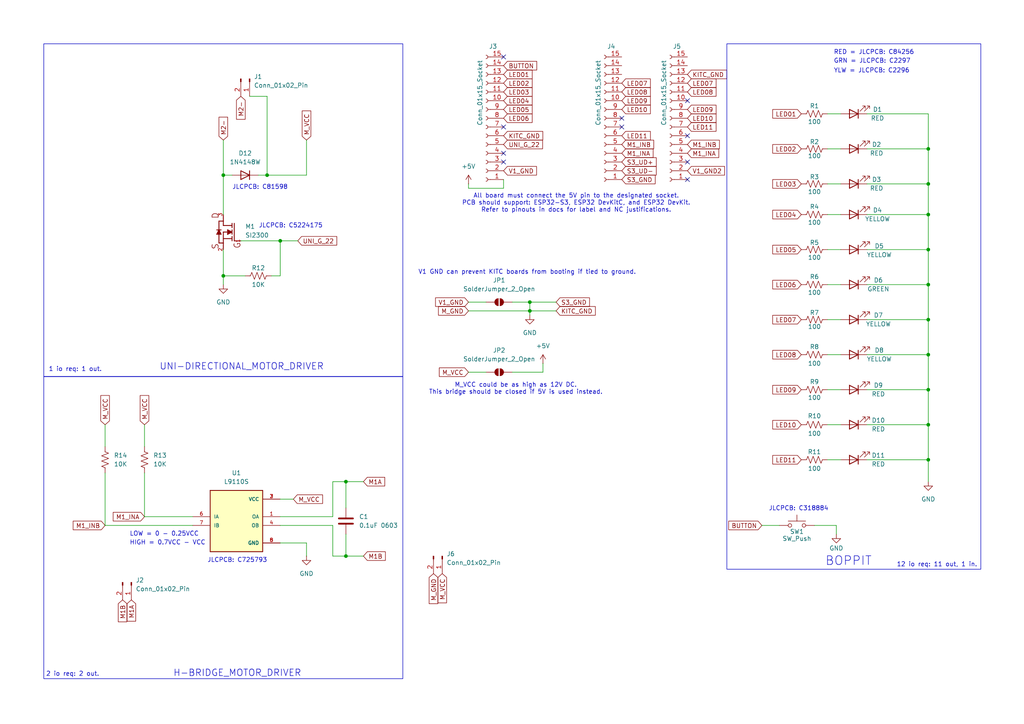
<source format=kicad_sch>
(kicad_sch
	(version 20250114)
	(generator "eeschema")
	(generator_version "9.0")
	(uuid "4d11e860-8407-4713-b75d-b6b01b4fa32a")
	(paper "A4")
	(lib_symbols
		(symbol "Connector:Conn_01x02_Pin"
			(pin_names
				(offset 1.016)
				(hide yes)
			)
			(exclude_from_sim no)
			(in_bom yes)
			(on_board yes)
			(property "Reference" "J"
				(at 0 2.54 0)
				(effects
					(font
						(size 1.27 1.27)
					)
				)
			)
			(property "Value" "Conn_01x02_Pin"
				(at 0 -5.08 0)
				(effects
					(font
						(size 1.27 1.27)
					)
				)
			)
			(property "Footprint" ""
				(at 0 0 0)
				(effects
					(font
						(size 1.27 1.27)
					)
					(hide yes)
				)
			)
			(property "Datasheet" "~"
				(at 0 0 0)
				(effects
					(font
						(size 1.27 1.27)
					)
					(hide yes)
				)
			)
			(property "Description" "Generic connector, single row, 01x02, script generated"
				(at 0 0 0)
				(effects
					(font
						(size 1.27 1.27)
					)
					(hide yes)
				)
			)
			(property "ki_locked" ""
				(at 0 0 0)
				(effects
					(font
						(size 1.27 1.27)
					)
				)
			)
			(property "ki_keywords" "connector"
				(at 0 0 0)
				(effects
					(font
						(size 1.27 1.27)
					)
					(hide yes)
				)
			)
			(property "ki_fp_filters" "Connector*:*_1x??_*"
				(at 0 0 0)
				(effects
					(font
						(size 1.27 1.27)
					)
					(hide yes)
				)
			)
			(symbol "Conn_01x02_Pin_1_1"
				(rectangle
					(start 0.8636 0.127)
					(end 0 -0.127)
					(stroke
						(width 0.1524)
						(type default)
					)
					(fill
						(type outline)
					)
				)
				(rectangle
					(start 0.8636 -2.413)
					(end 0 -2.667)
					(stroke
						(width 0.1524)
						(type default)
					)
					(fill
						(type outline)
					)
				)
				(polyline
					(pts
						(xy 1.27 0) (xy 0.8636 0)
					)
					(stroke
						(width 0.1524)
						(type default)
					)
					(fill
						(type none)
					)
				)
				(polyline
					(pts
						(xy 1.27 -2.54) (xy 0.8636 -2.54)
					)
					(stroke
						(width 0.1524)
						(type default)
					)
					(fill
						(type none)
					)
				)
				(pin passive line
					(at 5.08 0 180)
					(length 3.81)
					(name "Pin_1"
						(effects
							(font
								(size 1.27 1.27)
							)
						)
					)
					(number "1"
						(effects
							(font
								(size 1.27 1.27)
							)
						)
					)
				)
				(pin passive line
					(at 5.08 -2.54 180)
					(length 3.81)
					(name "Pin_2"
						(effects
							(font
								(size 1.27 1.27)
							)
						)
					)
					(number "2"
						(effects
							(font
								(size 1.27 1.27)
							)
						)
					)
				)
			)
			(embedded_fonts no)
		)
		(symbol "Connector:Conn_01x15_Socket"
			(pin_names
				(offset 1.016)
				(hide yes)
			)
			(exclude_from_sim no)
			(in_bom yes)
			(on_board yes)
			(property "Reference" "J"
				(at 0 20.32 0)
				(effects
					(font
						(size 1.27 1.27)
					)
				)
			)
			(property "Value" "Conn_01x15_Socket"
				(at 0 -20.32 0)
				(effects
					(font
						(size 1.27 1.27)
					)
				)
			)
			(property "Footprint" ""
				(at 0 0 0)
				(effects
					(font
						(size 1.27 1.27)
					)
					(hide yes)
				)
			)
			(property "Datasheet" "~"
				(at 0 0 0)
				(effects
					(font
						(size 1.27 1.27)
					)
					(hide yes)
				)
			)
			(property "Description" "Generic connector, single row, 01x15, script generated"
				(at 0 0 0)
				(effects
					(font
						(size 1.27 1.27)
					)
					(hide yes)
				)
			)
			(property "ki_locked" ""
				(at 0 0 0)
				(effects
					(font
						(size 1.27 1.27)
					)
				)
			)
			(property "ki_keywords" "connector"
				(at 0 0 0)
				(effects
					(font
						(size 1.27 1.27)
					)
					(hide yes)
				)
			)
			(property "ki_fp_filters" "Connector*:*_1x??_*"
				(at 0 0 0)
				(effects
					(font
						(size 1.27 1.27)
					)
					(hide yes)
				)
			)
			(symbol "Conn_01x15_Socket_1_1"
				(polyline
					(pts
						(xy -1.27 17.78) (xy -0.508 17.78)
					)
					(stroke
						(width 0.1524)
						(type default)
					)
					(fill
						(type none)
					)
				)
				(polyline
					(pts
						(xy -1.27 15.24) (xy -0.508 15.24)
					)
					(stroke
						(width 0.1524)
						(type default)
					)
					(fill
						(type none)
					)
				)
				(polyline
					(pts
						(xy -1.27 12.7) (xy -0.508 12.7)
					)
					(stroke
						(width 0.1524)
						(type default)
					)
					(fill
						(type none)
					)
				)
				(polyline
					(pts
						(xy -1.27 10.16) (xy -0.508 10.16)
					)
					(stroke
						(width 0.1524)
						(type default)
					)
					(fill
						(type none)
					)
				)
				(polyline
					(pts
						(xy -1.27 7.62) (xy -0.508 7.62)
					)
					(stroke
						(width 0.1524)
						(type default)
					)
					(fill
						(type none)
					)
				)
				(polyline
					(pts
						(xy -1.27 5.08) (xy -0.508 5.08)
					)
					(stroke
						(width 0.1524)
						(type default)
					)
					(fill
						(type none)
					)
				)
				(polyline
					(pts
						(xy -1.27 2.54) (xy -0.508 2.54)
					)
					(stroke
						(width 0.1524)
						(type default)
					)
					(fill
						(type none)
					)
				)
				(polyline
					(pts
						(xy -1.27 0) (xy -0.508 0)
					)
					(stroke
						(width 0.1524)
						(type default)
					)
					(fill
						(type none)
					)
				)
				(polyline
					(pts
						(xy -1.27 -2.54) (xy -0.508 -2.54)
					)
					(stroke
						(width 0.1524)
						(type default)
					)
					(fill
						(type none)
					)
				)
				(polyline
					(pts
						(xy -1.27 -5.08) (xy -0.508 -5.08)
					)
					(stroke
						(width 0.1524)
						(type default)
					)
					(fill
						(type none)
					)
				)
				(polyline
					(pts
						(xy -1.27 -7.62) (xy -0.508 -7.62)
					)
					(stroke
						(width 0.1524)
						(type default)
					)
					(fill
						(type none)
					)
				)
				(polyline
					(pts
						(xy -1.27 -10.16) (xy -0.508 -10.16)
					)
					(stroke
						(width 0.1524)
						(type default)
					)
					(fill
						(type none)
					)
				)
				(polyline
					(pts
						(xy -1.27 -12.7) (xy -0.508 -12.7)
					)
					(stroke
						(width 0.1524)
						(type default)
					)
					(fill
						(type none)
					)
				)
				(polyline
					(pts
						(xy -1.27 -15.24) (xy -0.508 -15.24)
					)
					(stroke
						(width 0.1524)
						(type default)
					)
					(fill
						(type none)
					)
				)
				(polyline
					(pts
						(xy -1.27 -17.78) (xy -0.508 -17.78)
					)
					(stroke
						(width 0.1524)
						(type default)
					)
					(fill
						(type none)
					)
				)
				(arc
					(start 0 17.272)
					(mid -0.5058 17.78)
					(end 0 18.288)
					(stroke
						(width 0.1524)
						(type default)
					)
					(fill
						(type none)
					)
				)
				(arc
					(start 0 14.732)
					(mid -0.5058 15.24)
					(end 0 15.748)
					(stroke
						(width 0.1524)
						(type default)
					)
					(fill
						(type none)
					)
				)
				(arc
					(start 0 12.192)
					(mid -0.5058 12.7)
					(end 0 13.208)
					(stroke
						(width 0.1524)
						(type default)
					)
					(fill
						(type none)
					)
				)
				(arc
					(start 0 9.652)
					(mid -0.5058 10.16)
					(end 0 10.668)
					(stroke
						(width 0.1524)
						(type default)
					)
					(fill
						(type none)
					)
				)
				(arc
					(start 0 7.112)
					(mid -0.5058 7.62)
					(end 0 8.128)
					(stroke
						(width 0.1524)
						(type default)
					)
					(fill
						(type none)
					)
				)
				(arc
					(start 0 4.572)
					(mid -0.5058 5.08)
					(end 0 5.588)
					(stroke
						(width 0.1524)
						(type default)
					)
					(fill
						(type none)
					)
				)
				(arc
					(start 0 2.032)
					(mid -0.5058 2.54)
					(end 0 3.048)
					(stroke
						(width 0.1524)
						(type default)
					)
					(fill
						(type none)
					)
				)
				(arc
					(start 0 -0.508)
					(mid -0.5058 0)
					(end 0 0.508)
					(stroke
						(width 0.1524)
						(type default)
					)
					(fill
						(type none)
					)
				)
				(arc
					(start 0 -3.048)
					(mid -0.5058 -2.54)
					(end 0 -2.032)
					(stroke
						(width 0.1524)
						(type default)
					)
					(fill
						(type none)
					)
				)
				(arc
					(start 0 -5.588)
					(mid -0.5058 -5.08)
					(end 0 -4.572)
					(stroke
						(width 0.1524)
						(type default)
					)
					(fill
						(type none)
					)
				)
				(arc
					(start 0 -8.128)
					(mid -0.5058 -7.62)
					(end 0 -7.112)
					(stroke
						(width 0.1524)
						(type default)
					)
					(fill
						(type none)
					)
				)
				(arc
					(start 0 -10.668)
					(mid -0.5058 -10.16)
					(end 0 -9.652)
					(stroke
						(width 0.1524)
						(type default)
					)
					(fill
						(type none)
					)
				)
				(arc
					(start 0 -13.208)
					(mid -0.5058 -12.7)
					(end 0 -12.192)
					(stroke
						(width 0.1524)
						(type default)
					)
					(fill
						(type none)
					)
				)
				(arc
					(start 0 -15.748)
					(mid -0.5058 -15.24)
					(end 0 -14.732)
					(stroke
						(width 0.1524)
						(type default)
					)
					(fill
						(type none)
					)
				)
				(arc
					(start 0 -18.288)
					(mid -0.5058 -17.78)
					(end 0 -17.272)
					(stroke
						(width 0.1524)
						(type default)
					)
					(fill
						(type none)
					)
				)
				(pin passive line
					(at -5.08 17.78 0)
					(length 3.81)
					(name "Pin_1"
						(effects
							(font
								(size 1.27 1.27)
							)
						)
					)
					(number "1"
						(effects
							(font
								(size 1.27 1.27)
							)
						)
					)
				)
				(pin passive line
					(at -5.08 15.24 0)
					(length 3.81)
					(name "Pin_2"
						(effects
							(font
								(size 1.27 1.27)
							)
						)
					)
					(number "2"
						(effects
							(font
								(size 1.27 1.27)
							)
						)
					)
				)
				(pin passive line
					(at -5.08 12.7 0)
					(length 3.81)
					(name "Pin_3"
						(effects
							(font
								(size 1.27 1.27)
							)
						)
					)
					(number "3"
						(effects
							(font
								(size 1.27 1.27)
							)
						)
					)
				)
				(pin passive line
					(at -5.08 10.16 0)
					(length 3.81)
					(name "Pin_4"
						(effects
							(font
								(size 1.27 1.27)
							)
						)
					)
					(number "4"
						(effects
							(font
								(size 1.27 1.27)
							)
						)
					)
				)
				(pin passive line
					(at -5.08 7.62 0)
					(length 3.81)
					(name "Pin_5"
						(effects
							(font
								(size 1.27 1.27)
							)
						)
					)
					(number "5"
						(effects
							(font
								(size 1.27 1.27)
							)
						)
					)
				)
				(pin passive line
					(at -5.08 5.08 0)
					(length 3.81)
					(name "Pin_6"
						(effects
							(font
								(size 1.27 1.27)
							)
						)
					)
					(number "6"
						(effects
							(font
								(size 1.27 1.27)
							)
						)
					)
				)
				(pin passive line
					(at -5.08 2.54 0)
					(length 3.81)
					(name "Pin_7"
						(effects
							(font
								(size 1.27 1.27)
							)
						)
					)
					(number "7"
						(effects
							(font
								(size 1.27 1.27)
							)
						)
					)
				)
				(pin passive line
					(at -5.08 0 0)
					(length 3.81)
					(name "Pin_8"
						(effects
							(font
								(size 1.27 1.27)
							)
						)
					)
					(number "8"
						(effects
							(font
								(size 1.27 1.27)
							)
						)
					)
				)
				(pin passive line
					(at -5.08 -2.54 0)
					(length 3.81)
					(name "Pin_9"
						(effects
							(font
								(size 1.27 1.27)
							)
						)
					)
					(number "9"
						(effects
							(font
								(size 1.27 1.27)
							)
						)
					)
				)
				(pin passive line
					(at -5.08 -5.08 0)
					(length 3.81)
					(name "Pin_10"
						(effects
							(font
								(size 1.27 1.27)
							)
						)
					)
					(number "10"
						(effects
							(font
								(size 1.27 1.27)
							)
						)
					)
				)
				(pin passive line
					(at -5.08 -7.62 0)
					(length 3.81)
					(name "Pin_11"
						(effects
							(font
								(size 1.27 1.27)
							)
						)
					)
					(number "11"
						(effects
							(font
								(size 1.27 1.27)
							)
						)
					)
				)
				(pin passive line
					(at -5.08 -10.16 0)
					(length 3.81)
					(name "Pin_12"
						(effects
							(font
								(size 1.27 1.27)
							)
						)
					)
					(number "12"
						(effects
							(font
								(size 1.27 1.27)
							)
						)
					)
				)
				(pin passive line
					(at -5.08 -12.7 0)
					(length 3.81)
					(name "Pin_13"
						(effects
							(font
								(size 1.27 1.27)
							)
						)
					)
					(number "13"
						(effects
							(font
								(size 1.27 1.27)
							)
						)
					)
				)
				(pin passive line
					(at -5.08 -15.24 0)
					(length 3.81)
					(name "Pin_14"
						(effects
							(font
								(size 1.27 1.27)
							)
						)
					)
					(number "14"
						(effects
							(font
								(size 1.27 1.27)
							)
						)
					)
				)
				(pin passive line
					(at -5.08 -17.78 0)
					(length 3.81)
					(name "Pin_15"
						(effects
							(font
								(size 1.27 1.27)
							)
						)
					)
					(number "15"
						(effects
							(font
								(size 1.27 1.27)
							)
						)
					)
				)
			)
			(embedded_fonts no)
		)
		(symbol "Device:C"
			(pin_numbers
				(hide yes)
			)
			(pin_names
				(offset 0.254)
			)
			(exclude_from_sim no)
			(in_bom yes)
			(on_board yes)
			(property "Reference" "C"
				(at 0.635 2.54 0)
				(effects
					(font
						(size 1.27 1.27)
					)
					(justify left)
				)
			)
			(property "Value" "C"
				(at 0.635 -2.54 0)
				(effects
					(font
						(size 1.27 1.27)
					)
					(justify left)
				)
			)
			(property "Footprint" ""
				(at 0.9652 -3.81 0)
				(effects
					(font
						(size 1.27 1.27)
					)
					(hide yes)
				)
			)
			(property "Datasheet" "~"
				(at 0 0 0)
				(effects
					(font
						(size 1.27 1.27)
					)
					(hide yes)
				)
			)
			(property "Description" "Unpolarized capacitor"
				(at 0 0 0)
				(effects
					(font
						(size 1.27 1.27)
					)
					(hide yes)
				)
			)
			(property "ki_keywords" "cap capacitor"
				(at 0 0 0)
				(effects
					(font
						(size 1.27 1.27)
					)
					(hide yes)
				)
			)
			(property "ki_fp_filters" "C_*"
				(at 0 0 0)
				(effects
					(font
						(size 1.27 1.27)
					)
					(hide yes)
				)
			)
			(symbol "C_0_1"
				(polyline
					(pts
						(xy -2.032 0.762) (xy 2.032 0.762)
					)
					(stroke
						(width 0.508)
						(type default)
					)
					(fill
						(type none)
					)
				)
				(polyline
					(pts
						(xy -2.032 -0.762) (xy 2.032 -0.762)
					)
					(stroke
						(width 0.508)
						(type default)
					)
					(fill
						(type none)
					)
				)
			)
			(symbol "C_1_1"
				(pin passive line
					(at 0 3.81 270)
					(length 2.794)
					(name "~"
						(effects
							(font
								(size 1.27 1.27)
							)
						)
					)
					(number "1"
						(effects
							(font
								(size 1.27 1.27)
							)
						)
					)
				)
				(pin passive line
					(at 0 -3.81 90)
					(length 2.794)
					(name "~"
						(effects
							(font
								(size 1.27 1.27)
							)
						)
					)
					(number "2"
						(effects
							(font
								(size 1.27 1.27)
							)
						)
					)
				)
			)
			(embedded_fonts no)
		)
		(symbol "Device:LED"
			(pin_numbers
				(hide yes)
			)
			(pin_names
				(offset 1.016)
				(hide yes)
			)
			(exclude_from_sim no)
			(in_bom yes)
			(on_board yes)
			(property "Reference" "D"
				(at 0 2.54 0)
				(effects
					(font
						(size 1.27 1.27)
					)
				)
			)
			(property "Value" "LED"
				(at 0 -2.54 0)
				(effects
					(font
						(size 1.27 1.27)
					)
				)
			)
			(property "Footprint" ""
				(at 0 0 0)
				(effects
					(font
						(size 1.27 1.27)
					)
					(hide yes)
				)
			)
			(property "Datasheet" "~"
				(at 0 0 0)
				(effects
					(font
						(size 1.27 1.27)
					)
					(hide yes)
				)
			)
			(property "Description" "Light emitting diode"
				(at 0 0 0)
				(effects
					(font
						(size 1.27 1.27)
					)
					(hide yes)
				)
			)
			(property "Sim.Pins" "1=K 2=A"
				(at 0 0 0)
				(effects
					(font
						(size 1.27 1.27)
					)
					(hide yes)
				)
			)
			(property "ki_keywords" "LED diode"
				(at 0 0 0)
				(effects
					(font
						(size 1.27 1.27)
					)
					(hide yes)
				)
			)
			(property "ki_fp_filters" "LED* LED_SMD:* LED_THT:*"
				(at 0 0 0)
				(effects
					(font
						(size 1.27 1.27)
					)
					(hide yes)
				)
			)
			(symbol "LED_0_1"
				(polyline
					(pts
						(xy -3.048 -0.762) (xy -4.572 -2.286) (xy -3.81 -2.286) (xy -4.572 -2.286) (xy -4.572 -1.524)
					)
					(stroke
						(width 0)
						(type default)
					)
					(fill
						(type none)
					)
				)
				(polyline
					(pts
						(xy -1.778 -0.762) (xy -3.302 -2.286) (xy -2.54 -2.286) (xy -3.302 -2.286) (xy -3.302 -1.524)
					)
					(stroke
						(width 0)
						(type default)
					)
					(fill
						(type none)
					)
				)
				(polyline
					(pts
						(xy -1.27 0) (xy 1.27 0)
					)
					(stroke
						(width 0)
						(type default)
					)
					(fill
						(type none)
					)
				)
				(polyline
					(pts
						(xy -1.27 -1.27) (xy -1.27 1.27)
					)
					(stroke
						(width 0.254)
						(type default)
					)
					(fill
						(type none)
					)
				)
				(polyline
					(pts
						(xy 1.27 -1.27) (xy 1.27 1.27) (xy -1.27 0) (xy 1.27 -1.27)
					)
					(stroke
						(width 0.254)
						(type default)
					)
					(fill
						(type none)
					)
				)
			)
			(symbol "LED_1_1"
				(pin passive line
					(at -3.81 0 0)
					(length 2.54)
					(name "K"
						(effects
							(font
								(size 1.27 1.27)
							)
						)
					)
					(number "1"
						(effects
							(font
								(size 1.27 1.27)
							)
						)
					)
				)
				(pin passive line
					(at 3.81 0 180)
					(length 2.54)
					(name "A"
						(effects
							(font
								(size 1.27 1.27)
							)
						)
					)
					(number "2"
						(effects
							(font
								(size 1.27 1.27)
							)
						)
					)
				)
			)
			(embedded_fonts no)
		)
		(symbol "Device:R_US"
			(pin_numbers
				(hide yes)
			)
			(pin_names
				(offset 0)
			)
			(exclude_from_sim no)
			(in_bom yes)
			(on_board yes)
			(property "Reference" "R"
				(at 2.54 0 90)
				(effects
					(font
						(size 1.27 1.27)
					)
				)
			)
			(property "Value" "R_US"
				(at -2.54 0 90)
				(effects
					(font
						(size 1.27 1.27)
					)
				)
			)
			(property "Footprint" ""
				(at 1.016 -0.254 90)
				(effects
					(font
						(size 1.27 1.27)
					)
					(hide yes)
				)
			)
			(property "Datasheet" "~"
				(at 0 0 0)
				(effects
					(font
						(size 1.27 1.27)
					)
					(hide yes)
				)
			)
			(property "Description" "Resistor, US symbol"
				(at 0 0 0)
				(effects
					(font
						(size 1.27 1.27)
					)
					(hide yes)
				)
			)
			(property "ki_keywords" "R res resistor"
				(at 0 0 0)
				(effects
					(font
						(size 1.27 1.27)
					)
					(hide yes)
				)
			)
			(property "ki_fp_filters" "R_*"
				(at 0 0 0)
				(effects
					(font
						(size 1.27 1.27)
					)
					(hide yes)
				)
			)
			(symbol "R_US_0_1"
				(polyline
					(pts
						(xy 0 2.286) (xy 0 2.54)
					)
					(stroke
						(width 0)
						(type default)
					)
					(fill
						(type none)
					)
				)
				(polyline
					(pts
						(xy 0 2.286) (xy 1.016 1.905) (xy 0 1.524) (xy -1.016 1.143) (xy 0 0.762)
					)
					(stroke
						(width 0)
						(type default)
					)
					(fill
						(type none)
					)
				)
				(polyline
					(pts
						(xy 0 0.762) (xy 1.016 0.381) (xy 0 0) (xy -1.016 -0.381) (xy 0 -0.762)
					)
					(stroke
						(width 0)
						(type default)
					)
					(fill
						(type none)
					)
				)
				(polyline
					(pts
						(xy 0 -0.762) (xy 1.016 -1.143) (xy 0 -1.524) (xy -1.016 -1.905) (xy 0 -2.286)
					)
					(stroke
						(width 0)
						(type default)
					)
					(fill
						(type none)
					)
				)
				(polyline
					(pts
						(xy 0 -2.286) (xy 0 -2.54)
					)
					(stroke
						(width 0)
						(type default)
					)
					(fill
						(type none)
					)
				)
			)
			(symbol "R_US_1_1"
				(pin passive line
					(at 0 3.81 270)
					(length 1.27)
					(name "~"
						(effects
							(font
								(size 1.27 1.27)
							)
						)
					)
					(number "1"
						(effects
							(font
								(size 1.27 1.27)
							)
						)
					)
				)
				(pin passive line
					(at 0 -3.81 90)
					(length 1.27)
					(name "~"
						(effects
							(font
								(size 1.27 1.27)
							)
						)
					)
					(number "2"
						(effects
							(font
								(size 1.27 1.27)
							)
						)
					)
				)
			)
			(embedded_fonts no)
		)
		(symbol "Diode:1N4148W"
			(pin_numbers
				(hide yes)
			)
			(pin_names
				(hide yes)
			)
			(exclude_from_sim no)
			(in_bom yes)
			(on_board yes)
			(property "Reference" "D"
				(at 0 2.54 0)
				(effects
					(font
						(size 1.27 1.27)
					)
				)
			)
			(property "Value" "1N4148W"
				(at 0 -2.54 0)
				(effects
					(font
						(size 1.27 1.27)
					)
				)
			)
			(property "Footprint" "Diode_SMD:D_SOD-123"
				(at 0 -4.445 0)
				(effects
					(font
						(size 1.27 1.27)
					)
					(hide yes)
				)
			)
			(property "Datasheet" "https://www.vishay.com/docs/85748/1n4148w.pdf"
				(at 0 0 0)
				(effects
					(font
						(size 1.27 1.27)
					)
					(hide yes)
				)
			)
			(property "Description" "75V 0.15A Fast Switching Diode, SOD-123"
				(at 0 0 0)
				(effects
					(font
						(size 1.27 1.27)
					)
					(hide yes)
				)
			)
			(property "Sim.Device" "D"
				(at 0 0 0)
				(effects
					(font
						(size 1.27 1.27)
					)
					(hide yes)
				)
			)
			(property "Sim.Pins" "1=K 2=A"
				(at 0 0 0)
				(effects
					(font
						(size 1.27 1.27)
					)
					(hide yes)
				)
			)
			(property "ki_keywords" "diode"
				(at 0 0 0)
				(effects
					(font
						(size 1.27 1.27)
					)
					(hide yes)
				)
			)
			(property "ki_fp_filters" "D*SOD?123*"
				(at 0 0 0)
				(effects
					(font
						(size 1.27 1.27)
					)
					(hide yes)
				)
			)
			(symbol "1N4148W_0_1"
				(polyline
					(pts
						(xy -1.27 1.27) (xy -1.27 -1.27)
					)
					(stroke
						(width 0.254)
						(type default)
					)
					(fill
						(type none)
					)
				)
				(polyline
					(pts
						(xy 1.27 1.27) (xy 1.27 -1.27) (xy -1.27 0) (xy 1.27 1.27)
					)
					(stroke
						(width 0.254)
						(type default)
					)
					(fill
						(type none)
					)
				)
				(polyline
					(pts
						(xy 1.27 0) (xy -1.27 0)
					)
					(stroke
						(width 0)
						(type default)
					)
					(fill
						(type none)
					)
				)
			)
			(symbol "1N4148W_1_1"
				(pin passive line
					(at -3.81 0 0)
					(length 2.54)
					(name "K"
						(effects
							(font
								(size 1.27 1.27)
							)
						)
					)
					(number "1"
						(effects
							(font
								(size 1.27 1.27)
							)
						)
					)
				)
				(pin passive line
					(at 3.81 0 180)
					(length 2.54)
					(name "A"
						(effects
							(font
								(size 1.27 1.27)
							)
						)
					)
					(number "2"
						(effects
							(font
								(size 1.27 1.27)
							)
						)
					)
				)
			)
			(embedded_fonts no)
		)
		(symbol "Jumper:SolderJumper_2_Open"
			(pin_numbers
				(hide yes)
			)
			(pin_names
				(offset 0)
				(hide yes)
			)
			(exclude_from_sim no)
			(in_bom no)
			(on_board yes)
			(property "Reference" "JP"
				(at 0 2.032 0)
				(effects
					(font
						(size 1.27 1.27)
					)
				)
			)
			(property "Value" "SolderJumper_2_Open"
				(at 0 -2.54 0)
				(effects
					(font
						(size 1.27 1.27)
					)
				)
			)
			(property "Footprint" ""
				(at 0 0 0)
				(effects
					(font
						(size 1.27 1.27)
					)
					(hide yes)
				)
			)
			(property "Datasheet" "~"
				(at 0 0 0)
				(effects
					(font
						(size 1.27 1.27)
					)
					(hide yes)
				)
			)
			(property "Description" "Solder Jumper, 2-pole, open"
				(at 0 0 0)
				(effects
					(font
						(size 1.27 1.27)
					)
					(hide yes)
				)
			)
			(property "ki_keywords" "solder jumper SPST"
				(at 0 0 0)
				(effects
					(font
						(size 1.27 1.27)
					)
					(hide yes)
				)
			)
			(property "ki_fp_filters" "SolderJumper*Open*"
				(at 0 0 0)
				(effects
					(font
						(size 1.27 1.27)
					)
					(hide yes)
				)
			)
			(symbol "SolderJumper_2_Open_0_1"
				(polyline
					(pts
						(xy -0.254 1.016) (xy -0.254 -1.016)
					)
					(stroke
						(width 0)
						(type default)
					)
					(fill
						(type none)
					)
				)
				(arc
					(start -0.254 -1.016)
					(mid -1.2656 0)
					(end -0.254 1.016)
					(stroke
						(width 0)
						(type default)
					)
					(fill
						(type none)
					)
				)
				(arc
					(start -0.254 -1.016)
					(mid -1.2656 0)
					(end -0.254 1.016)
					(stroke
						(width 0)
						(type default)
					)
					(fill
						(type outline)
					)
				)
				(arc
					(start 0.254 1.016)
					(mid 1.2656 0)
					(end 0.254 -1.016)
					(stroke
						(width 0)
						(type default)
					)
					(fill
						(type none)
					)
				)
				(arc
					(start 0.254 1.016)
					(mid 1.2656 0)
					(end 0.254 -1.016)
					(stroke
						(width 0)
						(type default)
					)
					(fill
						(type outline)
					)
				)
				(polyline
					(pts
						(xy 0.254 1.016) (xy 0.254 -1.016)
					)
					(stroke
						(width 0)
						(type default)
					)
					(fill
						(type none)
					)
				)
			)
			(symbol "SolderJumper_2_Open_1_1"
				(pin passive line
					(at -3.81 0 0)
					(length 2.54)
					(name "A"
						(effects
							(font
								(size 1.27 1.27)
							)
						)
					)
					(number "1"
						(effects
							(font
								(size 1.27 1.27)
							)
						)
					)
				)
				(pin passive line
					(at 3.81 0 180)
					(length 2.54)
					(name "B"
						(effects
							(font
								(size 1.27 1.27)
							)
						)
					)
					(number "2"
						(effects
							(font
								(size 1.27 1.27)
							)
						)
					)
				)
			)
			(embedded_fonts no)
		)
		(symbol "L9110S:L9110S"
			(pin_names
				(offset 1.016)
			)
			(exclude_from_sim no)
			(in_bom yes)
			(on_board yes)
			(property "Reference" "U"
				(at -7.62 10.922 0)
				(effects
					(font
						(size 1.27 1.27)
					)
					(justify left bottom)
				)
			)
			(property "Value" "L9110S"
				(at -7.62 -10.16 0)
				(effects
					(font
						(size 1.27 1.27)
					)
					(justify left bottom)
				)
			)
			(property "Footprint" "L9110S:SOIC127P599X172-8N"
				(at 0 0 0)
				(effects
					(font
						(size 1.27 1.27)
					)
					(justify bottom)
					(hide yes)
				)
			)
			(property "Datasheet" ""
				(at 0 0 0)
				(effects
					(font
						(size 1.27 1.27)
					)
					(hide yes)
				)
			)
			(property "Description" ""
				(at 0 0 0)
				(effects
					(font
						(size 1.27 1.27)
					)
					(hide yes)
				)
			)
			(property "MF" "Renesas Electronics"
				(at 0 0 0)
				(effects
					(font
						(size 1.27 1.27)
					)
					(justify bottom)
					(hide yes)
				)
			)
			(property "MAXIMUM_PACKAGE_HEIGHT" "1.7272mm"
				(at 0 0 0)
				(effects
					(font
						(size 1.27 1.27)
					)
					(justify bottom)
					(hide yes)
				)
			)
			(property "Package" "None"
				(at 0 0 0)
				(effects
					(font
						(size 1.27 1.27)
					)
					(justify bottom)
					(hide yes)
				)
			)
			(property "Price" "None"
				(at 0 0 0)
				(effects
					(font
						(size 1.27 1.27)
					)
					(justify bottom)
					(hide yes)
				)
			)
			(property "Check_prices" "https://www.snapeda.com/parts/L9110S/Renesas/view-part/?ref=eda"
				(at 0 0 0)
				(effects
					(font
						(size 1.27 1.27)
					)
					(justify bottom)
					(hide yes)
				)
			)
			(property "STANDARD" "IPC-7351B"
				(at 0 0 0)
				(effects
					(font
						(size 1.27 1.27)
					)
					(justify bottom)
					(hide yes)
				)
			)
			(property "PARTREV" "NA"
				(at 0 0 0)
				(effects
					(font
						(size 1.27 1.27)
					)
					(justify bottom)
					(hide yes)
				)
			)
			(property "SnapEDA_Link" "https://www.snapeda.com/parts/L9110S/Renesas/view-part/?ref=snap"
				(at 0 0 0)
				(effects
					(font
						(size 1.27 1.27)
					)
					(justify bottom)
					(hide yes)
				)
			)
			(property "MP" "L9110S"
				(at 0 0 0)
				(effects
					(font
						(size 1.27 1.27)
					)
					(justify bottom)
					(hide yes)
				)
			)
			(property "Description_1" "Buck-Boost Switching Regulator IC Positive Adjustable 1V 1 Output 1.2A 8-SOIC (0.154, 3.90mm Width)"
				(at 0 0 0)
				(effects
					(font
						(size 1.27 1.27)
					)
					(justify bottom)
					(hide yes)
				)
			)
			(property "Availability" "Not in stock"
				(at 0 0 0)
				(effects
					(font
						(size 1.27 1.27)
					)
					(justify bottom)
					(hide yes)
				)
			)
			(property "MANUFACTURER" "UMW"
				(at 0 0 0)
				(effects
					(font
						(size 1.27 1.27)
					)
					(justify bottom)
					(hide yes)
				)
			)
			(symbol "L9110S_0_0"
				(rectangle
					(start -7.62 -7.62)
					(end 7.62 10.16)
					(stroke
						(width 0.254)
						(type default)
					)
					(fill
						(type background)
					)
				)
				(pin input line
					(at -12.7 2.54 0)
					(length 5.08)
					(name "IA"
						(effects
							(font
								(size 1.016 1.016)
							)
						)
					)
					(number "6"
						(effects
							(font
								(size 1.016 1.016)
							)
						)
					)
				)
				(pin input line
					(at -12.7 0 0)
					(length 5.08)
					(name "IB"
						(effects
							(font
								(size 1.016 1.016)
							)
						)
					)
					(number "7"
						(effects
							(font
								(size 1.016 1.016)
							)
						)
					)
				)
				(pin power_in line
					(at 12.7 7.62 180)
					(length 5.08)
					(name "VCC"
						(effects
							(font
								(size 1.016 1.016)
							)
						)
					)
					(number "2"
						(effects
							(font
								(size 1.016 1.016)
							)
						)
					)
				)
				(pin power_in line
					(at 12.7 7.62 180)
					(length 5.08)
					(name "VCC"
						(effects
							(font
								(size 1.016 1.016)
							)
						)
					)
					(number "3"
						(effects
							(font
								(size 1.016 1.016)
							)
						)
					)
				)
				(pin output line
					(at 12.7 2.54 180)
					(length 5.08)
					(name "OA"
						(effects
							(font
								(size 1.016 1.016)
							)
						)
					)
					(number "1"
						(effects
							(font
								(size 1.016 1.016)
							)
						)
					)
				)
				(pin output line
					(at 12.7 0 180)
					(length 5.08)
					(name "OB"
						(effects
							(font
								(size 1.016 1.016)
							)
						)
					)
					(number "4"
						(effects
							(font
								(size 1.016 1.016)
							)
						)
					)
				)
				(pin power_in line
					(at 12.7 -5.08 180)
					(length 5.08)
					(name "GND"
						(effects
							(font
								(size 1.016 1.016)
							)
						)
					)
					(number "5"
						(effects
							(font
								(size 1.016 1.016)
							)
						)
					)
				)
				(pin power_in line
					(at 12.7 -5.08 180)
					(length 5.08)
					(name "GND"
						(effects
							(font
								(size 1.016 1.016)
							)
						)
					)
					(number "8"
						(effects
							(font
								(size 1.016 1.016)
							)
						)
					)
				)
			)
			(embedded_fonts no)
		)
		(symbol "SI2300:SI2300"
			(pin_names
				(offset 1.016)
			)
			(exclude_from_sim no)
			(in_bom yes)
			(on_board yes)
			(property "Reference" "M"
				(at -5.08 8.89 0)
				(effects
					(font
						(size 1.27 1.27)
					)
					(justify left bottom)
				)
			)
			(property "Value" "SI2300"
				(at -5.08 6.35 0)
				(effects
					(font
						(size 1.27 1.27)
					)
					(justify left bottom)
				)
			)
			(property "Footprint" "SI2300:SOT23_1_"
				(at 0 0 0)
				(effects
					(font
						(size 1.27 1.27)
					)
					(justify bottom)
					(hide yes)
				)
			)
			(property "Datasheet" ""
				(at 0 0 0)
				(effects
					(font
						(size 1.27 1.27)
					)
					(hide yes)
				)
			)
			(property "Description" ""
				(at 0 0 0)
				(effects
					(font
						(size 1.27 1.27)
					)
					(hide yes)
				)
			)
			(property "MF" "Micro Commercial Components"
				(at 0 0 0)
				(effects
					(font
						(size 1.27 1.27)
					)
					(justify bottom)
					(hide yes)
				)
			)
			(property "Description_1" "Trans MOSFET N-CH 20V 4.5A 3-Pin SOT-23 T/R"
				(at 0 0 0)
				(effects
					(font
						(size 1.27 1.27)
					)
					(justify bottom)
					(hide yes)
				)
			)
			(property "Package" "None"
				(at 0 0 0)
				(effects
					(font
						(size 1.27 1.27)
					)
					(justify bottom)
					(hide yes)
				)
			)
			(property "Price" "None"
				(at 0 0 0)
				(effects
					(font
						(size 1.27 1.27)
					)
					(justify bottom)
					(hide yes)
				)
			)
			(property "SnapEDA_Link" "https://www.snapeda.com/parts/SI2300/Micro+Commercial+Components/view-part/?ref=snap"
				(at 0 0 0)
				(effects
					(font
						(size 1.27 1.27)
					)
					(justify bottom)
					(hide yes)
				)
			)
			(property "MP" "SI2300"
				(at 0 0 0)
				(effects
					(font
						(size 1.27 1.27)
					)
					(justify bottom)
					(hide yes)
				)
			)
			(property "Availability" "Not in stock"
				(at 0 0 0)
				(effects
					(font
						(size 1.27 1.27)
					)
					(justify bottom)
					(hide yes)
				)
			)
			(property "Check_prices" "https://www.snapeda.com/parts/SI2300/Micro+Commercial+Components/view-part/?ref=eda"
				(at 0 0 0)
				(effects
					(font
						(size 1.27 1.27)
					)
					(justify bottom)
					(hide yes)
				)
			)
			(symbol "SI2300_0_0"
				(polyline
					(pts
						(xy -3.175 3.81) (xy -3.175 2.54)
					)
					(stroke
						(width 0.254)
						(type default)
					)
					(fill
						(type none)
					)
				)
				(polyline
					(pts
						(xy -3.175 2.54) (xy -5.08 2.54)
					)
					(stroke
						(width 0.254)
						(type default)
					)
					(fill
						(type none)
					)
				)
				(polyline
					(pts
						(xy -2.54 0) (xy -1.905 0)
					)
					(stroke
						(width 0.254)
						(type default)
					)
					(fill
						(type none)
					)
				)
				(polyline
					(pts
						(xy -2.54 -0.635) (xy -2.54 -2.54)
					)
					(stroke
						(width 0.254)
						(type default)
					)
					(fill
						(type none)
					)
				)
				(polyline
					(pts
						(xy -2.54 -0.635) (xy 2.54 -0.635)
					)
					(stroke
						(width 0.254)
						(type default)
					)
					(fill
						(type none)
					)
				)
				(polyline
					(pts
						(xy -1.905 0) (xy -1.905 2.54)
					)
					(stroke
						(width 0.254)
						(type default)
					)
					(fill
						(type none)
					)
				)
				(polyline
					(pts
						(xy -1.905 0) (xy -1.27 0)
					)
					(stroke
						(width 0.254)
						(type default)
					)
					(fill
						(type none)
					)
				)
				(polyline
					(pts
						(xy -0.635 4.445) (xy -0.635 3.175)
					)
					(stroke
						(width 0.254)
						(type default)
					)
					(fill
						(type none)
					)
				)
				(polyline
					(pts
						(xy -0.635 3.175) (xy 0.635 3.81)
					)
					(stroke
						(width 0.254)
						(type default)
					)
					(fill
						(type none)
					)
				)
				(polyline
					(pts
						(xy -0.635 1.27) (xy 0 0.635)
					)
					(stroke
						(width 0.254)
						(type default)
					)
					(fill
						(type none)
					)
				)
				(polyline
					(pts
						(xy -0.635 1.27) (xy 0 0)
					)
					(stroke
						(width 0.254)
						(type default)
					)
					(fill
						(type none)
					)
				)
				(arc
					(start -0.635 1.27)
					(mid -0.186 1.084)
					(end 0 0.635)
					(stroke
						(width 0.254)
						(type default)
					)
					(fill
						(type none)
					)
				)
				(polyline
					(pts
						(xy -0.635 0) (xy 0 0)
					)
					(stroke
						(width 0.254)
						(type default)
					)
					(fill
						(type none)
					)
				)
				(polyline
					(pts
						(xy -0.508 4.064) (xy 0 4.064)
					)
					(stroke
						(width 0.3)
						(type default)
					)
					(fill
						(type none)
					)
				)
				(polyline
					(pts
						(xy -0.508 3.556) (xy -0.508 4.318)
					)
					(stroke
						(width 0.254)
						(type default)
					)
					(fill
						(type none)
					)
				)
				(polyline
					(pts
						(xy -0.508 3.556) (xy -0.508 3.302)
					)
					(stroke
						(width 0.254)
						(type default)
					)
					(fill
						(type none)
					)
				)
				(polyline
					(pts
						(xy 0 4.064) (xy 0.254 3.81)
					)
					(stroke
						(width 0.254)
						(type default)
					)
					(fill
						(type none)
					)
				)
				(polyline
					(pts
						(xy 0 3.556) (xy -0.508 3.556)
					)
					(stroke
						(width 0.254)
						(type default)
					)
					(fill
						(type none)
					)
				)
				(polyline
					(pts
						(xy 0 2.54) (xy -3.175 2.54)
					)
					(stroke
						(width 0.254)
						(type default)
					)
					(fill
						(type none)
					)
				)
				(polyline
					(pts
						(xy 0 2.54) (xy 0 0.635)
					)
					(stroke
						(width 0.254)
						(type default)
					)
					(fill
						(type none)
					)
				)
				(polyline
					(pts
						(xy 0 0.635) (xy 0 0)
					)
					(stroke
						(width 0.254)
						(type default)
					)
					(fill
						(type none)
					)
				)
				(polyline
					(pts
						(xy 0 0.635) (xy 0.635 1.27)
					)
					(stroke
						(width 0.254)
						(type default)
					)
					(fill
						(type none)
					)
				)
				(polyline
					(pts
						(xy 0 0) (xy 0.635 1.27)
					)
					(stroke
						(width 0.254)
						(type default)
					)
					(fill
						(type none)
					)
				)
				(polyline
					(pts
						(xy 0 0) (xy 0.635 0)
					)
					(stroke
						(width 0.254)
						(type default)
					)
					(fill
						(type none)
					)
				)
				(polyline
					(pts
						(xy 0.254 3.81) (xy -3.175 3.81)
					)
					(stroke
						(width 0.254)
						(type default)
					)
					(fill
						(type none)
					)
				)
				(polyline
					(pts
						(xy 0.254 3.81) (xy 0 3.556)
					)
					(stroke
						(width 0.254)
						(type default)
					)
					(fill
						(type none)
					)
				)
				(polyline
					(pts
						(xy 0.635 3.81) (xy -0.635 4.445)
					)
					(stroke
						(width 0.254)
						(type default)
					)
					(fill
						(type none)
					)
				)
				(polyline
					(pts
						(xy 0.635 3.81) (xy 0.254 3.81)
					)
					(stroke
						(width 0.254)
						(type default)
					)
					(fill
						(type none)
					)
				)
				(polyline
					(pts
						(xy 0.635 3.81) (xy 0.635 4.445)
					)
					(stroke
						(width 0.254)
						(type default)
					)
					(fill
						(type none)
					)
				)
				(polyline
					(pts
						(xy 0.635 3.81) (xy 0.635 3.175)
					)
					(stroke
						(width 0.254)
						(type default)
					)
					(fill
						(type none)
					)
				)
				(polyline
					(pts
						(xy 0.635 1.27) (xy -0.635 1.27)
					)
					(stroke
						(width 0.254)
						(type default)
					)
					(fill
						(type none)
					)
				)
				(arc
					(start 0 0.635)
					(mid 0.186 1.084)
					(end 0.635 1.27)
					(stroke
						(width 0.254)
						(type default)
					)
					(fill
						(type none)
					)
				)
				(polyline
					(pts
						(xy 1.27 0) (xy 1.905 0)
					)
					(stroke
						(width 0.254)
						(type default)
					)
					(fill
						(type none)
					)
				)
				(polyline
					(pts
						(xy 1.905 2.54) (xy 3.175 2.54)
					)
					(stroke
						(width 0.254)
						(type default)
					)
					(fill
						(type none)
					)
				)
				(polyline
					(pts
						(xy 1.905 0) (xy 1.905 2.54)
					)
					(stroke
						(width 0.254)
						(type default)
					)
					(fill
						(type none)
					)
				)
				(polyline
					(pts
						(xy 1.905 0) (xy 2.54 0)
					)
					(stroke
						(width 0.254)
						(type default)
					)
					(fill
						(type none)
					)
				)
				(polyline
					(pts
						(xy 3.175 3.81) (xy 0.635 3.81)
					)
					(stroke
						(width 0.254)
						(type default)
					)
					(fill
						(type none)
					)
				)
				(polyline
					(pts
						(xy 3.175 2.54) (xy 3.175 3.81)
					)
					(stroke
						(width 0.254)
						(type default)
					)
					(fill
						(type none)
					)
				)
				(polyline
					(pts
						(xy 3.175 2.54) (xy 5.08 2.54)
					)
					(stroke
						(width 0.254)
						(type default)
					)
					(fill
						(type none)
					)
				)
				(text "S"
					(at -5.08 3.81 0)
					(effects
						(font
							(size 1.778 1.778)
						)
						(justify left bottom)
					)
				)
				(text "G"
					(at -4.826 -2.54 0)
					(effects
						(font
							(size 1.778 1.778)
						)
						(justify left bottom)
					)
				)
				(text "D"
					(at 3.81 3.81 0)
					(effects
						(font
							(size 1.778 1.778)
						)
						(justify left bottom)
					)
				)
				(pin bidirectional line
					(at -5.08 2.54 180)
					(length 0)
					(name "~"
						(effects
							(font
								(size 1.016 1.016)
							)
						)
					)
					(number "2"
						(effects
							(font
								(size 1.016 1.016)
							)
						)
					)
				)
				(pin bidirectional line
					(at -2.54 -2.54 0)
					(length 0)
					(name "~"
						(effects
							(font
								(size 1.016 1.016)
							)
						)
					)
					(number "1"
						(effects
							(font
								(size 1.016 1.016)
							)
						)
					)
				)
				(pin bidirectional line
					(at 5.08 2.54 0)
					(length 0)
					(name "~"
						(effects
							(font
								(size 1.016 1.016)
							)
						)
					)
					(number "3"
						(effects
							(font
								(size 1.016 1.016)
							)
						)
					)
				)
			)
			(embedded_fonts no)
		)
		(symbol "Switch:SW_Push"
			(pin_numbers
				(hide yes)
			)
			(pin_names
				(offset 1.016)
				(hide yes)
			)
			(exclude_from_sim no)
			(in_bom yes)
			(on_board yes)
			(property "Reference" "SW"
				(at 1.27 2.54 0)
				(effects
					(font
						(size 1.27 1.27)
					)
					(justify left)
				)
			)
			(property "Value" "SW_Push"
				(at 0 -1.524 0)
				(effects
					(font
						(size 1.27 1.27)
					)
				)
			)
			(property "Footprint" ""
				(at 0 5.08 0)
				(effects
					(font
						(size 1.27 1.27)
					)
					(hide yes)
				)
			)
			(property "Datasheet" "~"
				(at 0 5.08 0)
				(effects
					(font
						(size 1.27 1.27)
					)
					(hide yes)
				)
			)
			(property "Description" "Push button switch, generic, two pins"
				(at 0 0 0)
				(effects
					(font
						(size 1.27 1.27)
					)
					(hide yes)
				)
			)
			(property "ki_keywords" "switch normally-open pushbutton push-button"
				(at 0 0 0)
				(effects
					(font
						(size 1.27 1.27)
					)
					(hide yes)
				)
			)
			(symbol "SW_Push_0_1"
				(circle
					(center -2.032 0)
					(radius 0.508)
					(stroke
						(width 0)
						(type default)
					)
					(fill
						(type none)
					)
				)
				(polyline
					(pts
						(xy 0 1.27) (xy 0 3.048)
					)
					(stroke
						(width 0)
						(type default)
					)
					(fill
						(type none)
					)
				)
				(circle
					(center 2.032 0)
					(radius 0.508)
					(stroke
						(width 0)
						(type default)
					)
					(fill
						(type none)
					)
				)
				(polyline
					(pts
						(xy 2.54 1.27) (xy -2.54 1.27)
					)
					(stroke
						(width 0)
						(type default)
					)
					(fill
						(type none)
					)
				)
				(pin passive line
					(at -5.08 0 0)
					(length 2.54)
					(name "1"
						(effects
							(font
								(size 1.27 1.27)
							)
						)
					)
					(number "1"
						(effects
							(font
								(size 1.27 1.27)
							)
						)
					)
				)
				(pin passive line
					(at 5.08 0 180)
					(length 2.54)
					(name "2"
						(effects
							(font
								(size 1.27 1.27)
							)
						)
					)
					(number "2"
						(effects
							(font
								(size 1.27 1.27)
							)
						)
					)
				)
			)
			(embedded_fonts no)
		)
		(symbol "power:+5V"
			(power)
			(pin_numbers
				(hide yes)
			)
			(pin_names
				(offset 0)
				(hide yes)
			)
			(exclude_from_sim no)
			(in_bom yes)
			(on_board yes)
			(property "Reference" "#PWR"
				(at 0 -3.81 0)
				(effects
					(font
						(size 1.27 1.27)
					)
					(hide yes)
				)
			)
			(property "Value" "+5V"
				(at 0 3.556 0)
				(effects
					(font
						(size 1.27 1.27)
					)
				)
			)
			(property "Footprint" ""
				(at 0 0 0)
				(effects
					(font
						(size 1.27 1.27)
					)
					(hide yes)
				)
			)
			(property "Datasheet" ""
				(at 0 0 0)
				(effects
					(font
						(size 1.27 1.27)
					)
					(hide yes)
				)
			)
			(property "Description" "Power symbol creates a global label with name \"+5V\""
				(at 0 0 0)
				(effects
					(font
						(size 1.27 1.27)
					)
					(hide yes)
				)
			)
			(property "ki_keywords" "global power"
				(at 0 0 0)
				(effects
					(font
						(size 1.27 1.27)
					)
					(hide yes)
				)
			)
			(symbol "+5V_0_1"
				(polyline
					(pts
						(xy -0.762 1.27) (xy 0 2.54)
					)
					(stroke
						(width 0)
						(type default)
					)
					(fill
						(type none)
					)
				)
				(polyline
					(pts
						(xy 0 2.54) (xy 0.762 1.27)
					)
					(stroke
						(width 0)
						(type default)
					)
					(fill
						(type none)
					)
				)
				(polyline
					(pts
						(xy 0 0) (xy 0 2.54)
					)
					(stroke
						(width 0)
						(type default)
					)
					(fill
						(type none)
					)
				)
			)
			(symbol "+5V_1_1"
				(pin power_in line
					(at 0 0 90)
					(length 0)
					(name "~"
						(effects
							(font
								(size 1.27 1.27)
							)
						)
					)
					(number "1"
						(effects
							(font
								(size 1.27 1.27)
							)
						)
					)
				)
			)
			(embedded_fonts no)
		)
		(symbol "power:GND"
			(power)
			(pin_numbers
				(hide yes)
			)
			(pin_names
				(offset 0)
				(hide yes)
			)
			(exclude_from_sim no)
			(in_bom yes)
			(on_board yes)
			(property "Reference" "#PWR"
				(at 0 -6.35 0)
				(effects
					(font
						(size 1.27 1.27)
					)
					(hide yes)
				)
			)
			(property "Value" "GND"
				(at 0 -3.81 0)
				(effects
					(font
						(size 1.27 1.27)
					)
				)
			)
			(property "Footprint" ""
				(at 0 0 0)
				(effects
					(font
						(size 1.27 1.27)
					)
					(hide yes)
				)
			)
			(property "Datasheet" ""
				(at 0 0 0)
				(effects
					(font
						(size 1.27 1.27)
					)
					(hide yes)
				)
			)
			(property "Description" "Power symbol creates a global label with name \"GND\" , ground"
				(at 0 0 0)
				(effects
					(font
						(size 1.27 1.27)
					)
					(hide yes)
				)
			)
			(property "ki_keywords" "global power"
				(at 0 0 0)
				(effects
					(font
						(size 1.27 1.27)
					)
					(hide yes)
				)
			)
			(symbol "GND_0_1"
				(polyline
					(pts
						(xy 0 0) (xy 0 -1.27) (xy 1.27 -1.27) (xy 0 -2.54) (xy -1.27 -1.27) (xy 0 -1.27)
					)
					(stroke
						(width 0)
						(type default)
					)
					(fill
						(type none)
					)
				)
			)
			(symbol "GND_1_1"
				(pin power_in line
					(at 0 0 270)
					(length 0)
					(name "~"
						(effects
							(font
								(size 1.27 1.27)
							)
						)
					)
					(number "1"
						(effects
							(font
								(size 1.27 1.27)
							)
						)
					)
				)
			)
			(embedded_fonts no)
		)
	)
	(rectangle
		(start 12.7 12.7)
		(end 116.84 109.22)
		(stroke
			(width 0)
			(type default)
		)
		(fill
			(type none)
		)
		(uuid 1662e367-4ae2-4642-b81f-ad9a43972fa2)
	)
	(rectangle
		(start 210.82 12.7)
		(end 284.48 165.1)
		(stroke
			(width 0)
			(type default)
		)
		(fill
			(type none)
		)
		(uuid 3ad56eb5-8eee-4026-9c18-04c789b9c321)
	)
	(rectangle
		(start 12.7 109.22)
		(end 116.84 196.85)
		(stroke
			(width 0)
			(type default)
		)
		(fill
			(type none)
		)
		(uuid fea260a9-d948-4408-aa7c-08b493bb4633)
	)
	(text "HIGH = 0.7VCC - VCC"
		(exclude_from_sim no)
		(at 37.592 157.48 0)
		(effects
			(font
				(size 1.27 1.27)
			)
			(justify left)
		)
		(uuid "04c7f18a-20ee-4dc3-b510-27bd9d1bff7f")
	)
	(text "YLW = JLCPCB: C2296"
		(exclude_from_sim no)
		(at 241.808 20.574 0)
		(effects
			(font
				(size 1.27 1.27)
			)
			(justify left)
		)
		(uuid "0aa7dea3-1a9e-45d4-839a-bb0015d30106")
	)
	(text "LOW = 0 - 0.25VCC"
		(exclude_from_sim no)
		(at 37.592 154.94 0)
		(effects
			(font
				(size 1.27 1.27)
			)
			(justify left)
		)
		(uuid "2027ae3e-9c5d-4d08-a943-ec055da7b1fd")
	)
	(text "All board must connect the 5V pin to the designated socket.\nPCB should support: ESP32-S3, ESP32 DevKitC, and ESP32 DevKit.\nRefer to pinouts in docs for label and NC justifications."
		(exclude_from_sim no)
		(at 167.132 58.928 0)
		(effects
			(font
				(size 1.27 1.27)
			)
		)
		(uuid "2690537b-492f-4997-9a6d-816daa001919")
	)
	(text "V1 GND can prevent KITC boards from booting if tied to ground."
		(exclude_from_sim no)
		(at 152.908 78.994 0)
		(effects
			(font
				(size 1.27 1.27)
			)
		)
		(uuid "2d07af7a-aac3-4609-a3eb-779066c6a887")
	)
	(text "JLCPCB: C318884"
		(exclude_from_sim no)
		(at 231.648 147.574 0)
		(effects
			(font
				(size 1.27 1.27)
			)
		)
		(uuid "36a54d5a-0224-4787-94d9-b5ced34cf158")
	)
	(text "UNI-DIRECTIONAL_MOTOR_DRIVER"
		(exclude_from_sim no)
		(at 70.104 106.426 0)
		(effects
			(font
				(size 1.905 1.905)
			)
		)
		(uuid "4233129d-c6c4-436d-99f0-60119e3c6a5c")
	)
	(text "BOPPIT\n"
		(exclude_from_sim no)
		(at 246.126 162.814 0)
		(effects
			(font
				(size 2.54 2.54)
			)
		)
		(uuid "595cb5ea-6af8-4236-9d10-73d7f69c4e69")
	)
	(text "JLCPCB: C725793"
		(exclude_from_sim no)
		(at 68.834 162.56 0)
		(effects
			(font
				(size 1.27 1.27)
			)
		)
		(uuid "5f505372-c686-4b41-88e7-4da0fb7b9fb1")
	)
	(text "JLCPCB: C81598"
		(exclude_from_sim no)
		(at 75.438 54.356 0)
		(effects
			(font
				(size 1.27 1.27)
			)
		)
		(uuid "60bdcff2-1d56-4316-91af-4c3373b8a527")
	)
	(text "12 io req: 11 out, 1 in."
		(exclude_from_sim no)
		(at 271.78 163.83 0)
		(effects
			(font
				(size 1.27 1.27)
			)
		)
		(uuid "6a6afb0c-23c2-484f-96d3-ec689801b54c")
	)
	(text "GRN = JLCPCB: C2297"
		(exclude_from_sim no)
		(at 241.808 17.78 0)
		(effects
			(font
				(size 1.27 1.27)
			)
			(justify left)
		)
		(uuid "6e8719b1-ea33-418b-8b22-4a5329229ada")
	)
	(text "2 io req: 2 out."
		(exclude_from_sim no)
		(at 21.082 195.58 0)
		(effects
			(font
				(size 1.27 1.27)
			)
		)
		(uuid "ad9c1ba5-9a78-46ff-8ff5-b393d36c3ce7")
	)
	(text "JLCPCB: C5224175"
		(exclude_from_sim no)
		(at 84.328 65.532 0)
		(effects
			(font
				(size 1.27 1.27)
			)
		)
		(uuid "c23c4801-646a-4c86-9282-63c8a628235e")
	)
	(text "RED = JLCPCB: C84256"
		(exclude_from_sim no)
		(at 241.808 15.24 0)
		(effects
			(font
				(size 1.27 1.27)
			)
			(justify left)
		)
		(uuid "c31c9c49-a749-4bab-af77-d817af66edd9")
	)
	(text "H-BRIDGE_MOTOR_DRIVER"
		(exclude_from_sim no)
		(at 68.834 195.326 0)
		(effects
			(font
				(size 1.905 1.905)
			)
		)
		(uuid "d3cceb27-8e02-4b08-a7fa-3d5c86fcfd39")
	)
	(text "1 io req: 1 out."
		(exclude_from_sim no)
		(at 21.844 107.188 0)
		(effects
			(font
				(size 1.27 1.27)
			)
		)
		(uuid "d67c18e5-3512-4a0e-8ed3-13a1fb778014")
	)
	(text "M_VCC could be as high as 12V DC.\nThis bridge should be closed if 5V is used instead."
		(exclude_from_sim no)
		(at 149.606 112.776 0)
		(effects
			(font
				(size 1.27 1.27)
			)
		)
		(uuid "e098a5bd-6a02-45b4-ae4b-e43b2e30d1cc")
	)
	(junction
		(at 269.24 123.19)
		(diameter 0)
		(color 0 0 0 0)
		(uuid "09744391-da79-4c17-9416-4300f5c4cbf5")
	)
	(junction
		(at 269.24 102.87)
		(diameter 0)
		(color 0 0 0 0)
		(uuid "107a5332-5fb3-4981-8c8f-35a4c30f86a2")
	)
	(junction
		(at 269.24 133.35)
		(diameter 0)
		(color 0 0 0 0)
		(uuid "2e44038c-c5be-46ac-86a4-439854d8b0a5")
	)
	(junction
		(at 64.77 50.8)
		(diameter 0)
		(color 0 0 0 0)
		(uuid "4c2862ec-27c1-4d66-8e75-07e86416312c")
	)
	(junction
		(at 153.67 87.63)
		(diameter 0)
		(color 0 0 0 0)
		(uuid "5a391214-70be-488a-b99a-c138ff57c0d3")
	)
	(junction
		(at 269.24 43.18)
		(diameter 0)
		(color 0 0 0 0)
		(uuid "5b005405-e647-4f33-8b40-89c093b19b2a")
	)
	(junction
		(at 269.24 72.39)
		(diameter 0)
		(color 0 0 0 0)
		(uuid "5ebc8e54-7c91-4147-8e20-c5999dbbbf8d")
	)
	(junction
		(at 269.24 92.71)
		(diameter 0)
		(color 0 0 0 0)
		(uuid "63b5adf5-f21d-41ef-9346-f65e912791ac")
	)
	(junction
		(at 269.24 82.55)
		(diameter 0)
		(color 0 0 0 0)
		(uuid "63df7117-fe36-4684-a2f0-0f04cbbf7820")
	)
	(junction
		(at 269.24 113.03)
		(diameter 0)
		(color 0 0 0 0)
		(uuid "6fa57763-fd81-4fc8-b09a-ad5086ba24e0")
	)
	(junction
		(at 100.33 139.7)
		(diameter 0)
		(color 0 0 0 0)
		(uuid "82ee799f-d1f3-405a-a70b-d05fe2b2c341")
	)
	(junction
		(at 269.24 62.23)
		(diameter 0)
		(color 0 0 0 0)
		(uuid "84b72d66-0e2f-4070-81f1-9182b361278e")
	)
	(junction
		(at 269.24 53.34)
		(diameter 0)
		(color 0 0 0 0)
		(uuid "a6608602-eb0e-432d-aadd-bfc9baa0d49f")
	)
	(junction
		(at 100.33 161.29)
		(diameter 0)
		(color 0 0 0 0)
		(uuid "b87d4e86-0a53-4bb8-9a17-23645692657c")
	)
	(junction
		(at 153.67 90.17)
		(diameter 0)
		(color 0 0 0 0)
		(uuid "bf11f6fc-163e-4bb2-ad2e-76027d257f14")
	)
	(junction
		(at 64.77 80.01)
		(diameter 0)
		(color 0 0 0 0)
		(uuid "d4906631-566c-49d9-9ed4-fe3fec6a657e")
	)
	(junction
		(at 81.28 69.85)
		(diameter 0)
		(color 0 0 0 0)
		(uuid "eca34e0e-a41c-45c9-8e40-ae762687f43e")
	)
	(junction
		(at 77.47 50.8)
		(diameter 0)
		(color 0 0 0 0)
		(uuid "f2d81766-dcbe-489a-a93b-87f357043bc2")
	)
	(no_connect
		(at 146.05 46.99)
		(uuid "15745256-e9f7-4621-8474-ddbe6d4254f1")
	)
	(no_connect
		(at 199.39 46.99)
		(uuid "1814d962-bcc6-4f85-8702-cac78dc8987f")
	)
	(no_connect
		(at 180.34 34.29)
		(uuid "67e14a83-4324-4210-bea1-0d00bbfa43a7")
	)
	(no_connect
		(at 180.34 36.83)
		(uuid "9ae91a61-90e5-4c26-a5ea-4e8abcbe32ba")
	)
	(no_connect
		(at 199.39 39.37)
		(uuid "cbbfbf8e-d69d-418c-ad24-838346d3f07c")
	)
	(no_connect
		(at 146.05 44.45)
		(uuid "cdb7d58b-065d-470b-b9ab-cf681647a182")
	)
	(no_connect
		(at 146.05 16.51)
		(uuid "e61ff978-c4de-40d6-9115-ac5a8c6fae58")
	)
	(no_connect
		(at 199.39 52.07)
		(uuid "f1c6edfa-48f3-4047-b40d-18f17a8d9738")
	)
	(no_connect
		(at 199.39 29.21)
		(uuid "fa27506d-b693-4848-aeca-b7e055a36a39")
	)
	(no_connect
		(at 146.05 36.83)
		(uuid "fc0d22aa-c90d-40c8-8cd1-20200348ac76")
	)
	(wire
		(pts
			(xy 251.46 62.23) (xy 269.24 62.23)
		)
		(stroke
			(width 0)
			(type default)
		)
		(uuid "0292d6bf-a2f0-4916-a944-e016b78c5521")
	)
	(wire
		(pts
			(xy 251.46 43.18) (xy 269.24 43.18)
		)
		(stroke
			(width 0)
			(type default)
		)
		(uuid "05db9d34-c242-49f3-8bf5-1adf5e8a2b71")
	)
	(wire
		(pts
			(xy 157.48 107.95) (xy 148.59 107.95)
		)
		(stroke
			(width 0)
			(type default)
		)
		(uuid "0a172444-ec17-44da-8e4b-f9270f110c2d")
	)
	(wire
		(pts
			(xy 100.33 161.29) (xy 105.41 161.29)
		)
		(stroke
			(width 0)
			(type default)
		)
		(uuid "0defcdb5-0cb3-416e-8909-dc522f45f1d2")
	)
	(wire
		(pts
			(xy 78.74 80.01) (xy 81.28 80.01)
		)
		(stroke
			(width 0)
			(type default)
		)
		(uuid "10094182-0e7a-435f-ae24-2117bb093a4f")
	)
	(wire
		(pts
			(xy 269.24 43.18) (xy 269.24 53.34)
		)
		(stroke
			(width 0)
			(type default)
		)
		(uuid "17eeb3d6-0352-4869-bdb7-0ae8a1e19980")
	)
	(wire
		(pts
			(xy 251.46 82.55) (xy 269.24 82.55)
		)
		(stroke
			(width 0)
			(type default)
		)
		(uuid "19707468-d6ff-4535-8e60-e4f3b5d6a9db")
	)
	(wire
		(pts
			(xy 269.24 123.19) (xy 269.24 133.35)
		)
		(stroke
			(width 0)
			(type default)
		)
		(uuid "1f41bdbd-b3ed-4d93-aed2-c14a21aeea4b")
	)
	(wire
		(pts
			(xy 148.59 87.63) (xy 153.67 87.63)
		)
		(stroke
			(width 0)
			(type default)
		)
		(uuid "23fe2f5f-301c-4ed0-ac7e-2c77deacb494")
	)
	(wire
		(pts
			(xy 69.85 69.85) (xy 81.28 69.85)
		)
		(stroke
			(width 0)
			(type default)
		)
		(uuid "2841d1a9-65b0-4f2b-9718-bc9d44ce5295")
	)
	(wire
		(pts
			(xy 251.46 113.03) (xy 269.24 113.03)
		)
		(stroke
			(width 0)
			(type default)
		)
		(uuid "2a8f1698-a4b9-4a41-8a65-64d61431587a")
	)
	(wire
		(pts
			(xy 251.46 133.35) (xy 269.24 133.35)
		)
		(stroke
			(width 0)
			(type default)
		)
		(uuid "2d51e16e-825d-4ba2-87e5-2c2744e92875")
	)
	(wire
		(pts
			(xy 240.03 82.55) (xy 243.84 82.55)
		)
		(stroke
			(width 0)
			(type default)
		)
		(uuid "321ed416-75f4-45c9-8d21-04a72486ab5a")
	)
	(wire
		(pts
			(xy 96.52 161.29) (xy 96.52 152.4)
		)
		(stroke
			(width 0)
			(type default)
		)
		(uuid "3338e3a7-c963-4ec9-8256-bcadce9f81b7")
	)
	(wire
		(pts
			(xy 251.46 102.87) (xy 269.24 102.87)
		)
		(stroke
			(width 0)
			(type default)
		)
		(uuid "35cf9c83-b8d7-449c-af94-af21c54fd9ed")
	)
	(wire
		(pts
			(xy 269.24 33.02) (xy 269.24 43.18)
		)
		(stroke
			(width 0)
			(type default)
		)
		(uuid "387f08f8-a449-4691-b352-b650c5c80a7b")
	)
	(wire
		(pts
			(xy 146.05 54.61) (xy 146.05 52.07)
		)
		(stroke
			(width 0)
			(type default)
		)
		(uuid "3a000a70-25c7-4ade-8356-fe4e137c9c2f")
	)
	(wire
		(pts
			(xy 269.24 102.87) (xy 269.24 113.03)
		)
		(stroke
			(width 0)
			(type default)
		)
		(uuid "3b12ddbb-8339-4783-b755-4e50fb387e24")
	)
	(wire
		(pts
			(xy 240.03 72.39) (xy 243.84 72.39)
		)
		(stroke
			(width 0)
			(type default)
		)
		(uuid "3d1015ca-db77-43bb-bc03-94817511e164")
	)
	(wire
		(pts
			(xy 269.24 113.03) (xy 269.24 123.19)
		)
		(stroke
			(width 0)
			(type default)
		)
		(uuid "440c924a-3ac2-4679-aa84-e53870738b86")
	)
	(wire
		(pts
			(xy 96.52 149.86) (xy 81.28 149.86)
		)
		(stroke
			(width 0)
			(type default)
		)
		(uuid "479ecad1-06fe-4124-bd4c-19be5e1cc5c4")
	)
	(wire
		(pts
			(xy 135.89 90.17) (xy 153.67 90.17)
		)
		(stroke
			(width 0)
			(type default)
		)
		(uuid "48fef5a5-ecfb-4e87-839a-916d94ff8bed")
	)
	(wire
		(pts
			(xy 251.46 92.71) (xy 269.24 92.71)
		)
		(stroke
			(width 0)
			(type default)
		)
		(uuid "4c02311f-88b8-41b8-9ea2-b594eb57b4bc")
	)
	(wire
		(pts
			(xy 240.03 43.18) (xy 243.84 43.18)
		)
		(stroke
			(width 0)
			(type default)
		)
		(uuid "4f30cdca-7110-4ef1-8be2-89c2f2394edb")
	)
	(wire
		(pts
			(xy 269.24 92.71) (xy 269.24 102.87)
		)
		(stroke
			(width 0)
			(type default)
		)
		(uuid "572a8e33-9c00-4604-a0ba-a60cb6f0d851")
	)
	(wire
		(pts
			(xy 81.28 144.78) (xy 85.09 144.78)
		)
		(stroke
			(width 0)
			(type default)
		)
		(uuid "5b20dc27-7a74-4eda-b330-49ca808dbdfa")
	)
	(wire
		(pts
			(xy 269.24 72.39) (xy 269.24 82.55)
		)
		(stroke
			(width 0)
			(type default)
		)
		(uuid "5b380844-3965-43be-9f0e-cbe291910b5f")
	)
	(wire
		(pts
			(xy 240.03 33.02) (xy 243.84 33.02)
		)
		(stroke
			(width 0)
			(type default)
		)
		(uuid "5fc627cc-f7b6-4236-8279-1ed89ce760df")
	)
	(wire
		(pts
			(xy 220.98 152.4) (xy 226.06 152.4)
		)
		(stroke
			(width 0)
			(type default)
		)
		(uuid "60f08e49-dfea-4038-837f-28673d8049f6")
	)
	(wire
		(pts
			(xy 240.03 62.23) (xy 243.84 62.23)
		)
		(stroke
			(width 0)
			(type default)
		)
		(uuid "625d9ad1-1aa0-477f-aa62-ca0fc7774292")
	)
	(wire
		(pts
			(xy 77.47 27.94) (xy 77.47 50.8)
		)
		(stroke
			(width 0)
			(type default)
		)
		(uuid "638c43cc-078f-46c0-b907-a4f67bcfaa85")
	)
	(wire
		(pts
			(xy 269.24 53.34) (xy 269.24 62.23)
		)
		(stroke
			(width 0)
			(type default)
		)
		(uuid "6a2cb1ae-58a6-47e5-ad38-ec6e78980694")
	)
	(wire
		(pts
			(xy 88.9 40.64) (xy 88.9 50.8)
		)
		(stroke
			(width 0)
			(type default)
		)
		(uuid "6ac2a2b4-ee76-48e5-b91f-392472ef380d")
	)
	(wire
		(pts
			(xy 240.03 113.03) (xy 243.84 113.03)
		)
		(stroke
			(width 0)
			(type default)
		)
		(uuid "6b32a970-911c-4413-b423-bb304c523b74")
	)
	(wire
		(pts
			(xy 251.46 53.34) (xy 269.24 53.34)
		)
		(stroke
			(width 0)
			(type default)
		)
		(uuid "6c39a2d1-70fd-4a3b-8783-fc003b87548b")
	)
	(wire
		(pts
			(xy 96.52 152.4) (xy 81.28 152.4)
		)
		(stroke
			(width 0)
			(type default)
		)
		(uuid "6c4d32d5-191a-40b6-9e19-e119af6d0e60")
	)
	(wire
		(pts
			(xy 100.33 139.7) (xy 105.41 139.7)
		)
		(stroke
			(width 0)
			(type default)
		)
		(uuid "6c8bc70f-6587-41ba-9120-287f460d9d08")
	)
	(wire
		(pts
			(xy 153.67 90.17) (xy 161.29 90.17)
		)
		(stroke
			(width 0)
			(type default)
		)
		(uuid "6cce919e-341b-413f-b868-2988f8291bce")
	)
	(wire
		(pts
			(xy 135.89 54.61) (xy 135.89 53.34)
		)
		(stroke
			(width 0)
			(type default)
		)
		(uuid "6fd2e505-8f85-4b8e-8619-3a7f988f0697")
	)
	(wire
		(pts
			(xy 41.91 149.86) (xy 41.91 137.16)
		)
		(stroke
			(width 0)
			(type default)
		)
		(uuid "731dce9c-34b9-42b4-a409-932691deee2b")
	)
	(wire
		(pts
			(xy 240.03 53.34) (xy 243.84 53.34)
		)
		(stroke
			(width 0)
			(type default)
		)
		(uuid "7692fe34-158c-47f8-8ba0-c84a2a71e244")
	)
	(wire
		(pts
			(xy 135.89 54.61) (xy 146.05 54.61)
		)
		(stroke
			(width 0)
			(type default)
		)
		(uuid "76faa2a6-3fc0-427b-a4d9-e120228d4b02")
	)
	(wire
		(pts
			(xy 251.46 33.02) (xy 269.24 33.02)
		)
		(stroke
			(width 0)
			(type default)
		)
		(uuid "77c79da3-9c8f-4e73-916b-c34dd102da49")
	)
	(wire
		(pts
			(xy 96.52 161.29) (xy 100.33 161.29)
		)
		(stroke
			(width 0)
			(type default)
		)
		(uuid "814cbb81-a962-4485-88c4-c09fcbe68e5b")
	)
	(wire
		(pts
			(xy 269.24 82.55) (xy 269.24 92.71)
		)
		(stroke
			(width 0)
			(type default)
		)
		(uuid "8574d430-e3ec-410b-a6c1-5081590d72a6")
	)
	(wire
		(pts
			(xy 88.9 157.48) (xy 88.9 161.29)
		)
		(stroke
			(width 0)
			(type default)
		)
		(uuid "87faec70-a5f6-4816-91d7-36adf6ff985a")
	)
	(wire
		(pts
			(xy 81.28 157.48) (xy 88.9 157.48)
		)
		(stroke
			(width 0)
			(type default)
		)
		(uuid "8ae7d190-96da-4725-b891-bd1a32177570")
	)
	(wire
		(pts
			(xy 55.88 152.4) (xy 30.48 152.4)
		)
		(stroke
			(width 0)
			(type default)
		)
		(uuid "8d516e25-0c85-4ab2-98f0-c269a69cf672")
	)
	(wire
		(pts
			(xy 55.88 149.86) (xy 41.91 149.86)
		)
		(stroke
			(width 0)
			(type default)
		)
		(uuid "8e621602-3821-4dd7-8f17-aad7f513a00b")
	)
	(wire
		(pts
			(xy 100.33 139.7) (xy 100.33 147.32)
		)
		(stroke
			(width 0)
			(type default)
		)
		(uuid "92e50d0e-58ea-4d08-a2c6-9d10a5e9a14e")
	)
	(wire
		(pts
			(xy 157.48 105.41) (xy 157.48 107.95)
		)
		(stroke
			(width 0)
			(type default)
		)
		(uuid "9bdcc816-e374-4586-b228-5c14edf6c5e9")
	)
	(wire
		(pts
			(xy 77.47 27.94) (xy 72.39 27.94)
		)
		(stroke
			(width 0)
			(type default)
		)
		(uuid "9c6361cb-7a79-4ef0-82dc-b67b766eaf15")
	)
	(wire
		(pts
			(xy 96.52 139.7) (xy 100.33 139.7)
		)
		(stroke
			(width 0)
			(type default)
		)
		(uuid "9d88582b-6dd0-4488-a96c-5a811bc883e1")
	)
	(wire
		(pts
			(xy 240.03 92.71) (xy 243.84 92.71)
		)
		(stroke
			(width 0)
			(type default)
		)
		(uuid "9d9b03c4-2466-408f-b9cf-2bfe209289bd")
	)
	(wire
		(pts
			(xy 74.93 50.8) (xy 77.47 50.8)
		)
		(stroke
			(width 0)
			(type default)
		)
		(uuid "a26dd8a4-9f51-4f4e-92ca-024d7f373a55")
	)
	(wire
		(pts
			(xy 81.28 80.01) (xy 81.28 69.85)
		)
		(stroke
			(width 0)
			(type default)
		)
		(uuid "a4863362-a02a-4484-b3e4-f120babb8046")
	)
	(wire
		(pts
			(xy 30.48 152.4) (xy 30.48 137.16)
		)
		(stroke
			(width 0)
			(type default)
		)
		(uuid "a4f56fbe-62fe-46d9-a5a5-a6aed308942c")
	)
	(wire
		(pts
			(xy 64.77 50.8) (xy 64.77 62.23)
		)
		(stroke
			(width 0)
			(type default)
		)
		(uuid "a83cf2ad-490d-41cb-a082-9ae6c548149b")
	)
	(wire
		(pts
			(xy 135.89 107.95) (xy 140.97 107.95)
		)
		(stroke
			(width 0)
			(type default)
		)
		(uuid "b8486267-4ade-4bb8-9063-0072ccc75668")
	)
	(wire
		(pts
			(xy 96.52 139.7) (xy 96.52 149.86)
		)
		(stroke
			(width 0)
			(type default)
		)
		(uuid "baa472d9-e9ec-4e94-9a22-54e2c97bebcc")
	)
	(wire
		(pts
			(xy 236.22 152.4) (xy 242.57 152.4)
		)
		(stroke
			(width 0)
			(type default)
		)
		(uuid "c8b0f2a4-326e-42d0-a285-d2cdba1d22d4")
	)
	(wire
		(pts
			(xy 269.24 62.23) (xy 269.24 72.39)
		)
		(stroke
			(width 0)
			(type default)
		)
		(uuid "d30cb352-484b-47d5-a385-ca313d646373")
	)
	(wire
		(pts
			(xy 242.57 152.4) (xy 242.57 154.94)
		)
		(stroke
			(width 0)
			(type default)
		)
		(uuid "d501415b-b2b0-466d-9d95-1643642b07ab")
	)
	(wire
		(pts
			(xy 64.77 80.01) (xy 64.77 82.55)
		)
		(stroke
			(width 0)
			(type default)
		)
		(uuid "d5e57f5f-20a5-4c0d-83ec-76f538be6394")
	)
	(wire
		(pts
			(xy 251.46 123.19) (xy 269.24 123.19)
		)
		(stroke
			(width 0)
			(type default)
		)
		(uuid "d6b23da0-8027-4dfd-a3c6-cb58313a14db")
	)
	(wire
		(pts
			(xy 153.67 87.63) (xy 161.29 87.63)
		)
		(stroke
			(width 0)
			(type default)
		)
		(uuid "d89aeda4-ac5e-454d-935c-c05ae9f6ae44")
	)
	(wire
		(pts
			(xy 67.31 50.8) (xy 64.77 50.8)
		)
		(stroke
			(width 0)
			(type default)
		)
		(uuid "dafe8151-b80e-4a6e-a31e-f6cfbca1430d")
	)
	(wire
		(pts
			(xy 77.47 50.8) (xy 88.9 50.8)
		)
		(stroke
			(width 0)
			(type default)
		)
		(uuid "e132286b-39f3-49f6-8a17-61e8856c0352")
	)
	(wire
		(pts
			(xy 135.89 87.63) (xy 140.97 87.63)
		)
		(stroke
			(width 0)
			(type default)
		)
		(uuid "e26dbba4-2dc9-466b-b2ec-de0a56d77ad2")
	)
	(wire
		(pts
			(xy 100.33 154.94) (xy 100.33 161.29)
		)
		(stroke
			(width 0)
			(type default)
		)
		(uuid "e75e23c4-053b-41e3-9fa0-65601b3e54db")
	)
	(wire
		(pts
			(xy 64.77 72.39) (xy 64.77 80.01)
		)
		(stroke
			(width 0)
			(type default)
		)
		(uuid "e94ec43c-843b-4187-81eb-09971d541da7")
	)
	(wire
		(pts
			(xy 240.03 102.87) (xy 243.84 102.87)
		)
		(stroke
			(width 0)
			(type default)
		)
		(uuid "ebe1dffb-7939-4a33-a20f-2805ca14a095")
	)
	(wire
		(pts
			(xy 240.03 133.35) (xy 243.84 133.35)
		)
		(stroke
			(width 0)
			(type default)
		)
		(uuid "ed8d5f59-72e4-403c-aa6b-ba12433e47a5")
	)
	(wire
		(pts
			(xy 251.46 72.39) (xy 269.24 72.39)
		)
		(stroke
			(width 0)
			(type default)
		)
		(uuid "edfbc5cc-9004-41f5-a775-47dce1c9144b")
	)
	(wire
		(pts
			(xy 64.77 40.64) (xy 64.77 50.8)
		)
		(stroke
			(width 0)
			(type default)
		)
		(uuid "ef8c5ede-f50f-4d56-83f9-4ff146bc31a6")
	)
	(wire
		(pts
			(xy 30.48 123.19) (xy 30.48 129.54)
		)
		(stroke
			(width 0)
			(type default)
		)
		(uuid "f1243a9d-d0ea-45a9-ad9a-76bb075d4a7d")
	)
	(wire
		(pts
			(xy 153.67 90.17) (xy 153.67 87.63)
		)
		(stroke
			(width 0)
			(type default)
		)
		(uuid "f206bb91-9128-43cf-ba9c-3eced9f80e52")
	)
	(wire
		(pts
			(xy 153.67 91.44) (xy 153.67 90.17)
		)
		(stroke
			(width 0)
			(type default)
		)
		(uuid "f3da7756-6018-445e-9c8e-ebd33fa0f2f9")
	)
	(wire
		(pts
			(xy 41.91 123.19) (xy 41.91 129.54)
		)
		(stroke
			(width 0)
			(type default)
		)
		(uuid "f4775567-93ca-4228-ba92-5b444009c4a1")
	)
	(wire
		(pts
			(xy 269.24 133.35) (xy 269.24 139.7)
		)
		(stroke
			(width 0)
			(type default)
		)
		(uuid "f502aae5-221c-45d6-96b8-84a127c54deb")
	)
	(wire
		(pts
			(xy 81.28 69.85) (xy 86.36 69.85)
		)
		(stroke
			(width 0)
			(type default)
		)
		(uuid "f5915dc2-4e28-4314-a1cd-67a18e374b30")
	)
	(wire
		(pts
			(xy 240.03 123.19) (xy 243.84 123.19)
		)
		(stroke
			(width 0)
			(type default)
		)
		(uuid "f7cbe20f-a95d-442a-8002-3973baa91b52")
	)
	(wire
		(pts
			(xy 71.12 80.01) (xy 64.77 80.01)
		)
		(stroke
			(width 0)
			(type default)
		)
		(uuid "fc2761e6-c18b-4c47-b67b-38cba022dead")
	)
	(global_label "BUTTON"
		(shape input)
		(at 220.98 152.4 180)
		(fields_autoplaced yes)
		(effects
			(font
				(size 1.27 1.27)
			)
			(justify right)
		)
		(uuid "0706c9dd-fd89-40ee-a49a-91d953a89b90")
		(property "Intersheetrefs" "${INTERSHEET_REFS}"
			(at 210.7981 152.4 0)
			(effects
				(font
					(size 1.27 1.27)
				)
				(justify right)
				(hide yes)
			)
		)
	)
	(global_label "LED09"
		(shape input)
		(at 180.34 29.21 0)
		(fields_autoplaced yes)
		(effects
			(font
				(size 1.27 1.27)
			)
			(justify left)
		)
		(uuid "0c50d4b1-23f6-47b7-b427-4f1ba2104738")
		(property "Intersheetrefs" "${INTERSHEET_REFS}"
			(at 189.1913 29.21 0)
			(effects
				(font
					(size 1.27 1.27)
				)
				(justify left)
				(hide yes)
			)
		)
	)
	(global_label "UNI_G_22"
		(shape input)
		(at 146.05 41.91 0)
		(fields_autoplaced yes)
		(effects
			(font
				(size 1.27 1.27)
			)
			(justify left)
		)
		(uuid "10889e9b-9717-4cdc-a503-a955e0e6e16e")
		(property "Intersheetrefs" "${INTERSHEET_REFS}"
			(at 157.9252 41.91 0)
			(effects
				(font
					(size 1.27 1.27)
				)
				(justify left)
				(hide yes)
			)
		)
	)
	(global_label "M1_INA"
		(shape input)
		(at 41.91 149.86 180)
		(fields_autoplaced yes)
		(effects
			(font
				(size 1.27 1.27)
			)
			(justify right)
		)
		(uuid "12c52b85-538e-4947-bb53-0f6a53b67d5a")
		(property "Intersheetrefs" "${INTERSHEET_REFS}"
			(at 32.2724 149.86 0)
			(effects
				(font
					(size 1.27 1.27)
				)
				(justify right)
				(hide yes)
			)
		)
	)
	(global_label "M_VCC"
		(shape input)
		(at 128.27 166.37 270)
		(fields_autoplaced yes)
		(effects
			(font
				(size 1.27 1.27)
			)
			(justify right)
		)
		(uuid "1809ca69-b21c-4d69-a949-b8a9b1707cb6")
		(property "Intersheetrefs" "${INTERSHEET_REFS}"
			(at 128.27 175.4028 90)
			(effects
				(font
					(size 1.27 1.27)
				)
				(justify right)
				(hide yes)
			)
		)
	)
	(global_label "KITC_GND"
		(shape input)
		(at 146.05 39.37 0)
		(fields_autoplaced yes)
		(effects
			(font
				(size 1.27 1.27)
			)
			(justify left)
		)
		(uuid "182123cb-b0d7-48ff-9127-61bcdcd6d790")
		(property "Intersheetrefs" "${INTERSHEET_REFS}"
			(at 157.9857 39.37 0)
			(effects
				(font
					(size 1.27 1.27)
				)
				(justify left)
				(hide yes)
			)
		)
	)
	(global_label "V1_GND"
		(shape input)
		(at 135.89 87.63 180)
		(fields_autoplaced yes)
		(effects
			(font
				(size 1.27 1.27)
			)
			(justify right)
		)
		(uuid "22332a55-6b81-4017-b210-cc7c1486aa6f")
		(property "Intersheetrefs" "${INTERSHEET_REFS}"
			(at 146.0114 87.63 0)
			(effects
				(font
					(size 1.27 1.27)
				)
				(justify left)
				(hide yes)
			)
		)
	)
	(global_label "LED06"
		(shape input)
		(at 146.05 34.29 0)
		(fields_autoplaced yes)
		(effects
			(font
				(size 1.27 1.27)
			)
			(justify left)
		)
		(uuid "228f9c47-e04e-4725-939f-3a9b22b7b2b9")
		(property "Intersheetrefs" "${INTERSHEET_REFS}"
			(at 154.9013 34.29 0)
			(effects
				(font
					(size 1.27 1.27)
				)
				(justify left)
				(hide yes)
			)
		)
	)
	(global_label "M1_INB"
		(shape input)
		(at 199.39 41.91 0)
		(fields_autoplaced yes)
		(effects
			(font
				(size 1.27 1.27)
			)
			(justify left)
		)
		(uuid "22ee4d5f-0e47-4da1-b40a-aeb1aa288bc6")
		(property "Intersheetrefs" "${INTERSHEET_REFS}"
			(at 209.209 41.91 0)
			(effects
				(font
					(size 1.27 1.27)
				)
				(justify left)
				(hide yes)
			)
		)
	)
	(global_label "M1A"
		(shape input)
		(at 38.1 173.99 270)
		(fields_autoplaced yes)
		(effects
			(font
				(size 1.27 1.27)
			)
			(justify right)
		)
		(uuid "29d0037a-a957-4f40-94e0-fe2cf7223b4f")
		(property "Intersheetrefs" "${INTERSHEET_REFS}"
			(at 38.1 180.7247 90)
			(effects
				(font
					(size 1.27 1.27)
				)
				(justify right)
				(hide yes)
			)
		)
	)
	(global_label "LED07"
		(shape input)
		(at 199.39 24.13 0)
		(fields_autoplaced yes)
		(effects
			(font
				(size 1.27 1.27)
			)
			(justify left)
		)
		(uuid "2b3169c6-7f36-4323-bbca-dd5437c37603")
		(property "Intersheetrefs" "${INTERSHEET_REFS}"
			(at 208.2413 24.13 0)
			(effects
				(font
					(size 1.27 1.27)
				)
				(justify left)
				(hide yes)
			)
		)
	)
	(global_label "M_VCC"
		(shape input)
		(at 30.48 123.19 90)
		(fields_autoplaced yes)
		(effects
			(font
				(size 1.27 1.27)
			)
			(justify left)
		)
		(uuid "2ed77cc6-395c-44f8-9f3a-6d8bb7cf337c")
		(property "Intersheetrefs" "${INTERSHEET_REFS}"
			(at 30.48 114.1572 90)
			(effects
				(font
					(size 1.27 1.27)
				)
				(justify left)
				(hide yes)
			)
		)
	)
	(global_label "M_GND"
		(shape input)
		(at 135.89 90.17 180)
		(fields_autoplaced yes)
		(effects
			(font
				(size 1.27 1.27)
			)
			(justify right)
		)
		(uuid "3a188284-b89e-4173-818b-2f665ea37452")
		(property "Intersheetrefs" "${INTERSHEET_REFS}"
			(at 126.6153 90.17 0)
			(effects
				(font
					(size 1.27 1.27)
				)
				(justify right)
				(hide yes)
			)
		)
	)
	(global_label "LED08"
		(shape input)
		(at 180.34 26.67 0)
		(fields_autoplaced yes)
		(effects
			(font
				(size 1.27 1.27)
			)
			(justify left)
		)
		(uuid "3aa3df70-be0b-4149-81ae-e90ca51b248c")
		(property "Intersheetrefs" "${INTERSHEET_REFS}"
			(at 189.1913 26.67 0)
			(effects
				(font
					(size 1.27 1.27)
				)
				(justify left)
				(hide yes)
			)
		)
	)
	(global_label "M1A"
		(shape input)
		(at 105.41 139.7 0)
		(fields_autoplaced yes)
		(effects
			(font
				(size 1.27 1.27)
			)
			(justify left)
		)
		(uuid "3c47e899-6815-4fa2-a03a-4239895918f3")
		(property "Intersheetrefs" "${INTERSHEET_REFS}"
			(at 112.1447 139.7 0)
			(effects
				(font
					(size 1.27 1.27)
				)
				(justify left)
				(hide yes)
			)
		)
	)
	(global_label "LED11"
		(shape input)
		(at 232.41 133.35 180)
		(fields_autoplaced yes)
		(effects
			(font
				(size 1.27 1.27)
			)
			(justify right)
		)
		(uuid "42b2b245-49d9-4f31-a752-2a8b8c0d7db6")
		(property "Intersheetrefs" "${INTERSHEET_REFS}"
			(at 223.5587 133.35 0)
			(effects
				(font
					(size 1.27 1.27)
				)
				(justify right)
				(hide yes)
			)
		)
	)
	(global_label "LED10"
		(shape input)
		(at 180.34 31.75 0)
		(fields_autoplaced yes)
		(effects
			(font
				(size 1.27 1.27)
			)
			(justify left)
		)
		(uuid "4bc9c438-71b2-4252-a744-42a603bbb3e3")
		(property "Intersheetrefs" "${INTERSHEET_REFS}"
			(at 189.1913 31.75 0)
			(effects
				(font
					(size 1.27 1.27)
				)
				(justify left)
				(hide yes)
			)
		)
	)
	(global_label "LED03"
		(shape input)
		(at 232.41 53.34 180)
		(fields_autoplaced yes)
		(effects
			(font
				(size 1.27 1.27)
			)
			(justify right)
		)
		(uuid "56527c37-d382-4e90-8877-5404db005485")
		(property "Intersheetrefs" "${INTERSHEET_REFS}"
			(at 223.5587 53.34 0)
			(effects
				(font
					(size 1.27 1.27)
				)
				(justify right)
				(hide yes)
			)
		)
	)
	(global_label "M_GND"
		(shape input)
		(at 125.73 166.37 270)
		(fields_autoplaced yes)
		(effects
			(font
				(size 1.27 1.27)
			)
			(justify right)
		)
		(uuid "5e2a593b-41d8-4496-8f9d-9394033841f7")
		(property "Intersheetrefs" "${INTERSHEET_REFS}"
			(at 125.73 175.6447 90)
			(effects
				(font
					(size 1.27 1.27)
				)
				(justify right)
				(hide yes)
			)
		)
	)
	(global_label "M1_INB"
		(shape input)
		(at 30.48 152.4 180)
		(fields_autoplaced yes)
		(effects
			(font
				(size 1.27 1.27)
			)
			(justify right)
		)
		(uuid "61d83b31-a113-4646-b610-503b18c67bc4")
		(property "Intersheetrefs" "${INTERSHEET_REFS}"
			(at 20.661 152.4 0)
			(effects
				(font
					(size 1.27 1.27)
				)
				(justify right)
				(hide yes)
			)
		)
	)
	(global_label "LED06"
		(shape input)
		(at 232.41 82.55 180)
		(fields_autoplaced yes)
		(effects
			(font
				(size 1.27 1.27)
			)
			(justify right)
		)
		(uuid "6d55db17-efa7-4a7a-ba02-3beb21f5cdfc")
		(property "Intersheetrefs" "${INTERSHEET_REFS}"
			(at 223.5587 82.55 0)
			(effects
				(font
					(size 1.27 1.27)
				)
				(justify right)
				(hide yes)
			)
		)
	)
	(global_label "M1_INA"
		(shape input)
		(at 199.39 44.45 0)
		(fields_autoplaced yes)
		(effects
			(font
				(size 1.27 1.27)
			)
			(justify left)
		)
		(uuid "708785cb-cb51-45a3-a4a2-5b2ae1e9f712")
		(property "Intersheetrefs" "${INTERSHEET_REFS}"
			(at 209.0276 44.45 0)
			(effects
				(font
					(size 1.27 1.27)
				)
				(justify left)
				(hide yes)
			)
		)
	)
	(global_label "LED10"
		(shape input)
		(at 232.41 123.19 180)
		(fields_autoplaced yes)
		(effects
			(font
				(size 1.27 1.27)
			)
			(justify right)
		)
		(uuid "726947b3-ab52-4bd0-84f3-2b2c8bd8667c")
		(property "Intersheetrefs" "${INTERSHEET_REFS}"
			(at 223.5587 123.19 0)
			(effects
				(font
					(size 1.27 1.27)
				)
				(justify right)
				(hide yes)
			)
		)
	)
	(global_label "KITC_GND"
		(shape input)
		(at 199.39 21.59 0)
		(fields_autoplaced yes)
		(effects
			(font
				(size 1.27 1.27)
			)
			(justify left)
		)
		(uuid "729e08de-2a55-4cf4-99b9-25387faf4631")
		(property "Intersheetrefs" "${INTERSHEET_REFS}"
			(at 211.3257 21.59 0)
			(effects
				(font
					(size 1.27 1.27)
				)
				(justify left)
				(hide yes)
			)
		)
	)
	(global_label "LED01"
		(shape input)
		(at 232.41 33.02 180)
		(fields_autoplaced yes)
		(effects
			(font
				(size 1.27 1.27)
			)
			(justify right)
		)
		(uuid "73db9e70-5e20-46bd-a879-41db9a23c12e")
		(property "Intersheetrefs" "${INTERSHEET_REFS}"
			(at 223.5587 33.02 0)
			(effects
				(font
					(size 1.27 1.27)
				)
				(justify right)
				(hide yes)
			)
		)
	)
	(global_label "LED11"
		(shape input)
		(at 180.34 39.37 0)
		(fields_autoplaced yes)
		(effects
			(font
				(size 1.27 1.27)
			)
			(justify left)
		)
		(uuid "764da4e3-cb48-4ca7-8e50-0eabcc784b59")
		(property "Intersheetrefs" "${INTERSHEET_REFS}"
			(at 189.1913 39.37 0)
			(effects
				(font
					(size 1.27 1.27)
				)
				(justify left)
				(hide yes)
			)
		)
	)
	(global_label "LED02"
		(shape input)
		(at 146.05 24.13 0)
		(fields_autoplaced yes)
		(effects
			(font
				(size 1.27 1.27)
			)
			(justify left)
		)
		(uuid "76bddd8d-524b-4c45-9339-971e3b6fba95")
		(property "Intersheetrefs" "${INTERSHEET_REFS}"
			(at 154.9013 24.13 0)
			(effects
				(font
					(size 1.27 1.27)
				)
				(justify left)
				(hide yes)
			)
		)
	)
	(global_label "M1_INA"
		(shape input)
		(at 180.34 44.45 0)
		(fields_autoplaced yes)
		(effects
			(font
				(size 1.27 1.27)
			)
			(justify left)
		)
		(uuid "77ebfa81-20c9-4578-86db-00c27e1c88b9")
		(property "Intersheetrefs" "${INTERSHEET_REFS}"
			(at 189.9776 44.45 0)
			(effects
				(font
					(size 1.27 1.27)
				)
				(justify left)
				(hide yes)
			)
		)
	)
	(global_label "M_VCC"
		(shape input)
		(at 41.91 123.19 90)
		(fields_autoplaced yes)
		(effects
			(font
				(size 1.27 1.27)
			)
			(justify left)
		)
		(uuid "7d5c3c0d-f97d-472c-9ed9-7a719be8405d")
		(property "Intersheetrefs" "${INTERSHEET_REFS}"
			(at 41.91 114.1572 90)
			(effects
				(font
					(size 1.27 1.27)
				)
				(justify left)
				(hide yes)
			)
		)
	)
	(global_label "LED05"
		(shape input)
		(at 146.05 31.75 0)
		(fields_autoplaced yes)
		(effects
			(font
				(size 1.27 1.27)
			)
			(justify left)
		)
		(uuid "7e328e14-a535-49a7-81c4-aa7e28935411")
		(property "Intersheetrefs" "${INTERSHEET_REFS}"
			(at 154.9013 31.75 0)
			(effects
				(font
					(size 1.27 1.27)
				)
				(justify left)
				(hide yes)
			)
		)
	)
	(global_label "LED05"
		(shape input)
		(at 232.41 72.39 180)
		(fields_autoplaced yes)
		(effects
			(font
				(size 1.27 1.27)
			)
			(justify right)
		)
		(uuid "829843a3-7435-462f-baee-d19b6f167ddc")
		(property "Intersheetrefs" "${INTERSHEET_REFS}"
			(at 223.5587 72.39 0)
			(effects
				(font
					(size 1.27 1.27)
				)
				(justify right)
				(hide yes)
			)
		)
	)
	(global_label "LED02"
		(shape input)
		(at 232.41 43.18 180)
		(fields_autoplaced yes)
		(effects
			(font
				(size 1.27 1.27)
			)
			(justify right)
		)
		(uuid "834942b5-f729-45fa-8fe6-080608be5a67")
		(property "Intersheetrefs" "${INTERSHEET_REFS}"
			(at 223.5587 43.18 0)
			(effects
				(font
					(size 1.27 1.27)
				)
				(justify right)
				(hide yes)
			)
		)
	)
	(global_label "LED07"
		(shape input)
		(at 180.34 24.13 0)
		(fields_autoplaced yes)
		(effects
			(font
				(size 1.27 1.27)
			)
			(justify left)
		)
		(uuid "8745e8b3-ebc7-412d-889a-71455a2eac9f")
		(property "Intersheetrefs" "${INTERSHEET_REFS}"
			(at 189.1913 24.13 0)
			(effects
				(font
					(size 1.27 1.27)
				)
				(justify left)
				(hide yes)
			)
		)
	)
	(global_label "S3_UD+"
		(shape input)
		(at 180.34 46.99 0)
		(fields_autoplaced yes)
		(effects
			(font
				(size 1.27 1.27)
			)
			(justify left)
		)
		(uuid "87627bdc-7e17-4655-9588-72941399fd3d")
		(property "Intersheetrefs" "${INTERSHEET_REFS}"
			(at 170.0977 46.99 0)
			(effects
				(font
					(size 1.27 1.27)
				)
				(justify right)
				(hide yes)
			)
		)
	)
	(global_label "M_VCC"
		(shape input)
		(at 88.9 40.64 90)
		(fields_autoplaced yes)
		(effects
			(font
				(size 1.27 1.27)
			)
			(justify left)
		)
		(uuid "88fa8ba6-eff2-4d91-afbe-3f48a10063d0")
		(property "Intersheetrefs" "${INTERSHEET_REFS}"
			(at 88.9 31.6072 90)
			(effects
				(font
					(size 1.27 1.27)
				)
				(justify left)
				(hide yes)
			)
		)
	)
	(global_label "S3_UD-"
		(shape input)
		(at 180.34 49.53 0)
		(fields_autoplaced yes)
		(effects
			(font
				(size 1.27 1.27)
			)
			(justify left)
		)
		(uuid "8daa283c-9df3-429e-b36d-a813618cc83a")
		(property "Intersheetrefs" "${INTERSHEET_REFS}"
			(at 169.7953 49.53 0)
			(effects
				(font
					(size 1.27 1.27)
				)
				(justify right)
				(hide yes)
			)
		)
	)
	(global_label "LED09"
		(shape input)
		(at 199.39 31.75 0)
		(fields_autoplaced yes)
		(effects
			(font
				(size 1.27 1.27)
			)
			(justify left)
		)
		(uuid "9133edf3-3c9d-4af6-910f-6bdfbfe6ab69")
		(property "Intersheetrefs" "${INTERSHEET_REFS}"
			(at 208.2413 31.75 0)
			(effects
				(font
					(size 1.27 1.27)
				)
				(justify left)
				(hide yes)
			)
		)
	)
	(global_label "LED10"
		(shape input)
		(at 199.39 34.29 0)
		(fields_autoplaced yes)
		(effects
			(font
				(size 1.27 1.27)
			)
			(justify left)
		)
		(uuid "91e6110b-93ff-4793-8e39-673a797d4bcb")
		(property "Intersheetrefs" "${INTERSHEET_REFS}"
			(at 208.2413 34.29 0)
			(effects
				(font
					(size 1.27 1.27)
				)
				(justify left)
				(hide yes)
			)
		)
	)
	(global_label "M_VCC"
		(shape input)
		(at 85.09 144.78 0)
		(fields_autoplaced yes)
		(effects
			(font
				(size 1.27 1.27)
			)
			(justify left)
		)
		(uuid "952edb55-893d-48ec-84fc-eb08dd0c9240")
		(property "Intersheetrefs" "${INTERSHEET_REFS}"
			(at 94.1228 144.78 0)
			(effects
				(font
					(size 1.27 1.27)
				)
				(justify left)
				(hide yes)
			)
		)
	)
	(global_label "M1B"
		(shape input)
		(at 35.56 173.99 270)
		(fields_autoplaced yes)
		(effects
			(font
				(size 1.27 1.27)
			)
			(justify right)
		)
		(uuid "97b16559-f200-4f70-b1e9-c79ee92f048f")
		(property "Intersheetrefs" "${INTERSHEET_REFS}"
			(at 35.56 180.9061 90)
			(effects
				(font
					(size 1.27 1.27)
				)
				(justify right)
				(hide yes)
			)
		)
	)
	(global_label "M2-"
		(shape input)
		(at 64.77 40.64 90)
		(fields_autoplaced yes)
		(effects
			(font
				(size 1.27 1.27)
			)
			(justify left)
		)
		(uuid "992559e6-fecb-4941-af0a-6f04895ee4dd")
		(property "Intersheetrefs" "${INTERSHEET_REFS}"
			(at 64.77 33.4215 90)
			(effects
				(font
					(size 1.27 1.27)
				)
				(justify left)
				(hide yes)
			)
		)
	)
	(global_label "LED01"
		(shape input)
		(at 146.05 21.59 0)
		(fields_autoplaced yes)
		(effects
			(font
				(size 1.27 1.27)
			)
			(justify left)
		)
		(uuid "9e95115c-37ac-44fe-8512-5ac00ad95c85")
		(property "Intersheetrefs" "${INTERSHEET_REFS}"
			(at 154.9013 21.59 0)
			(effects
				(font
					(size 1.27 1.27)
				)
				(justify left)
				(hide yes)
			)
		)
	)
	(global_label "M1_INB"
		(shape input)
		(at 180.34 41.91 0)
		(fields_autoplaced yes)
		(effects
			(font
				(size 1.27 1.27)
			)
			(justify left)
		)
		(uuid "ab99195c-facb-4f33-aa73-5bab92183f9b")
		(property "Intersheetrefs" "${INTERSHEET_REFS}"
			(at 190.159 41.91 0)
			(effects
				(font
					(size 1.27 1.27)
				)
				(justify left)
				(hide yes)
			)
		)
	)
	(global_label "S3_GND"
		(shape input)
		(at 161.29 87.63 0)
		(fields_autoplaced yes)
		(effects
			(font
				(size 1.27 1.27)
			)
			(justify left)
		)
		(uuid "ae9d187e-19a0-4863-9f81-d79ff28c3b56")
		(property "Intersheetrefs" "${INTERSHEET_REFS}"
			(at 151.0477 87.63 0)
			(effects
				(font
					(size 1.27 1.27)
				)
				(justify right)
				(hide yes)
			)
		)
	)
	(global_label "V1_GND2"
		(shape input)
		(at 199.39 49.53 0)
		(fields_autoplaced yes)
		(effects
			(font
				(size 1.27 1.27)
			)
			(justify left)
		)
		(uuid "c38f1524-d338-4fc0-a323-ae398a1f0543")
		(property "Intersheetrefs" "${INTERSHEET_REFS}"
			(at 209.5114 49.53 0)
			(effects
				(font
					(size 1.27 1.27)
				)
				(justify left)
				(hide yes)
			)
		)
	)
	(global_label "LED07"
		(shape input)
		(at 232.41 92.71 180)
		(fields_autoplaced yes)
		(effects
			(font
				(size 1.27 1.27)
			)
			(justify right)
		)
		(uuid "c4a94f1e-9bc0-45ee-8fa4-b882588306cb")
		(property "Intersheetrefs" "${INTERSHEET_REFS}"
			(at 223.5587 92.71 0)
			(effects
				(font
					(size 1.27 1.27)
				)
				(justify right)
				(hide yes)
			)
		)
	)
	(global_label "LED11"
		(shape input)
		(at 199.39 36.83 0)
		(fields_autoplaced yes)
		(effects
			(font
				(size 1.27 1.27)
			)
			(justify left)
		)
		(uuid "c91a7514-4113-465d-b584-10afd2c5691a")
		(property "Intersheetrefs" "${INTERSHEET_REFS}"
			(at 208.2413 36.83 0)
			(effects
				(font
					(size 1.27 1.27)
				)
				(justify left)
				(hide yes)
			)
		)
	)
	(global_label "BUTTON"
		(shape input)
		(at 146.05 19.05 0)
		(fields_autoplaced yes)
		(effects
			(font
				(size 1.27 1.27)
			)
			(justify left)
		)
		(uuid "cd4f7eeb-1aec-4495-a39a-94af93bac5fb")
		(property "Intersheetrefs" "${INTERSHEET_REFS}"
			(at 156.2319 19.05 0)
			(effects
				(font
					(size 1.27 1.27)
				)
				(justify left)
				(hide yes)
			)
		)
	)
	(global_label "M2-"
		(shape input)
		(at 69.85 27.94 270)
		(fields_autoplaced yes)
		(effects
			(font
				(size 1.27 1.27)
			)
			(justify right)
		)
		(uuid "d2de5902-9f30-4437-87d0-c17b3ad706c9")
		(property "Intersheetrefs" "${INTERSHEET_REFS}"
			(at 69.85 35.1585 90)
			(effects
				(font
					(size 1.27 1.27)
				)
				(justify right)
				(hide yes)
			)
		)
	)
	(global_label "KITC_GND"
		(shape input)
		(at 161.29 90.17 0)
		(fields_autoplaced yes)
		(effects
			(font
				(size 1.27 1.27)
			)
			(justify left)
		)
		(uuid "d7f54b8f-edab-4c34-ac6e-43d2ed8b975b")
		(property "Intersheetrefs" "${INTERSHEET_REFS}"
			(at 173.2257 90.17 0)
			(effects
				(font
					(size 1.27 1.27)
				)
				(justify left)
				(hide yes)
			)
		)
	)
	(global_label "S3_GND"
		(shape input)
		(at 180.34 52.07 0)
		(fields_autoplaced yes)
		(effects
			(font
				(size 1.27 1.27)
			)
			(justify left)
		)
		(uuid "df7e6742-30de-446f-9f7f-401b31f219a2")
		(property "Intersheetrefs" "${INTERSHEET_REFS}"
			(at 170.0977 52.07 0)
			(effects
				(font
					(size 1.27 1.27)
				)
				(justify right)
				(hide yes)
			)
		)
	)
	(global_label "LED03"
		(shape input)
		(at 146.05 26.67 0)
		(fields_autoplaced yes)
		(effects
			(font
				(size 1.27 1.27)
			)
			(justify left)
		)
		(uuid "e1b63939-a8d9-4f08-8a7b-7d30c3884bd8")
		(property "Intersheetrefs" "${INTERSHEET_REFS}"
			(at 154.9013 26.67 0)
			(effects
				(font
					(size 1.27 1.27)
				)
				(justify left)
				(hide yes)
			)
		)
	)
	(global_label "M1B"
		(shape input)
		(at 105.41 161.29 0)
		(fields_autoplaced yes)
		(effects
			(font
				(size 1.27 1.27)
			)
			(justify left)
		)
		(uuid "e5f390c7-bff6-4b40-9226-b6576471908b")
		(property "Intersheetrefs" "${INTERSHEET_REFS}"
			(at 112.3261 161.29 0)
			(effects
				(font
					(size 1.27 1.27)
				)
				(justify left)
				(hide yes)
			)
		)
	)
	(global_label "LED09"
		(shape input)
		(at 232.41 113.03 180)
		(fields_autoplaced yes)
		(effects
			(font
				(size 1.27 1.27)
			)
			(justify right)
		)
		(uuid "ee69384c-63a6-4665-8220-23efda804658")
		(property "Intersheetrefs" "${INTERSHEET_REFS}"
			(at 223.5587 113.03 0)
			(effects
				(font
					(size 1.27 1.27)
				)
				(justify right)
				(hide yes)
			)
		)
	)
	(global_label "V1_GND"
		(shape input)
		(at 146.05 49.53 0)
		(fields_autoplaced yes)
		(effects
			(font
				(size 1.27 1.27)
			)
			(justify left)
		)
		(uuid "eea9b650-9925-4059-af45-3f6a02b53686")
		(property "Intersheetrefs" "${INTERSHEET_REFS}"
			(at 156.1714 49.53 0)
			(effects
				(font
					(size 1.27 1.27)
				)
				(justify left)
				(hide yes)
			)
		)
	)
	(global_label "LED04"
		(shape input)
		(at 146.05 29.21 0)
		(fields_autoplaced yes)
		(effects
			(font
				(size 1.27 1.27)
			)
			(justify left)
		)
		(uuid "f1c494d4-1571-4641-bc91-94355bb30334")
		(property "Intersheetrefs" "${INTERSHEET_REFS}"
			(at 154.9013 29.21 0)
			(effects
				(font
					(size 1.27 1.27)
				)
				(justify left)
				(hide yes)
			)
		)
	)
	(global_label "LED08"
		(shape input)
		(at 199.39 26.67 0)
		(fields_autoplaced yes)
		(effects
			(font
				(size 1.27 1.27)
			)
			(justify left)
		)
		(uuid "f3853077-c0e3-40d6-bfe7-0fd6728373bb")
		(property "Intersheetrefs" "${INTERSHEET_REFS}"
			(at 208.2413 26.67 0)
			(effects
				(font
					(size 1.27 1.27)
				)
				(justify left)
				(hide yes)
			)
		)
	)
	(global_label "LED08"
		(shape input)
		(at 232.41 102.87 180)
		(fields_autoplaced yes)
		(effects
			(font
				(size 1.27 1.27)
			)
			(justify right)
		)
		(uuid "f6b483ae-9389-443a-ac3c-f1cac9bf2aff")
		(property "Intersheetrefs" "${INTERSHEET_REFS}"
			(at 223.5587 102.87 0)
			(effects
				(font
					(size 1.27 1.27)
				)
				(justify right)
				(hide yes)
			)
		)
	)
	(global_label "M_VCC"
		(shape input)
		(at 135.89 107.95 180)
		(fields_autoplaced yes)
		(effects
			(font
				(size 1.27 1.27)
			)
			(justify right)
		)
		(uuid "f992c721-ebf7-40cd-acd2-db39c8865909")
		(property "Intersheetrefs" "${INTERSHEET_REFS}"
			(at 126.8572 107.95 0)
			(effects
				(font
					(size 1.27 1.27)
				)
				(justify right)
				(hide yes)
			)
		)
	)
	(global_label "UNI_G_22"
		(shape input)
		(at 86.36 69.85 0)
		(fields_autoplaced yes)
		(effects
			(font
				(size 1.27 1.27)
			)
			(justify left)
		)
		(uuid "fd534d60-c1af-445a-a5c3-3ffe27a1dbe7")
		(property "Intersheetrefs" "${INTERSHEET_REFS}"
			(at 98.2352 69.85 0)
			(effects
				(font
					(size 1.27 1.27)
				)
				(justify left)
				(hide yes)
			)
		)
	)
	(global_label "LED04"
		(shape input)
		(at 232.41 62.23 180)
		(fields_autoplaced yes)
		(effects
			(font
				(size 1.27 1.27)
			)
			(justify right)
		)
		(uuid "fe57cb4d-2aa6-49df-9eb7-ccce6fe5bc1c")
		(property "Intersheetrefs" "${INTERSHEET_REFS}"
			(at 223.5587 62.23 0)
			(effects
				(font
					(size 1.27 1.27)
				)
				(justify right)
				(hide yes)
			)
		)
	)
	(symbol
		(lib_id "power:GND")
		(at 242.57 154.94 0)
		(unit 1)
		(exclude_from_sim no)
		(in_bom yes)
		(on_board yes)
		(dnp no)
		(uuid "06b6b744-2d90-4bf6-9da5-478f84efc141")
		(property "Reference" "#PWR011"
			(at 242.57 161.29 0)
			(effects
				(font
					(size 1.27 1.27)
				)
				(hide yes)
			)
		)
		(property "Value" "GND"
			(at 242.57 159.004 0)
			(effects
				(font
					(size 1.27 1.27)
				)
			)
		)
		(property "Footprint" ""
			(at 242.57 154.94 0)
			(effects
				(font
					(size 1.27 1.27)
				)
				(hide yes)
			)
		)
		(property "Datasheet" ""
			(at 242.57 154.94 0)
			(effects
				(font
					(size 1.27 1.27)
				)
				(hide yes)
			)
		)
		(property "Description" "Power symbol creates a global label with name \"GND\" , ground"
			(at 242.57 154.94 0)
			(effects
				(font
					(size 1.27 1.27)
				)
				(hide yes)
			)
		)
		(pin "1"
			(uuid "146c0383-5784-43e8-8305-41a19e73df20")
		)
		(instances
			(project "PCB_WORKSHOP_MUDS_MARS"
				(path "/4d11e860-8407-4713-b75d-b6b01b4fa32a"
					(reference "#PWR011")
					(unit 1)
				)
			)
		)
	)
	(symbol
		(lib_id "Device:R_US")
		(at 236.22 62.23 90)
		(unit 1)
		(exclude_from_sim no)
		(in_bom yes)
		(on_board yes)
		(dnp no)
		(uuid "138e6c4c-10e9-4a4b-85dd-39710dbf0dfa")
		(property "Reference" "R4"
			(at 236.22 59.944 90)
			(effects
				(font
					(size 1.27 1.27)
				)
			)
		)
		(property "Value" "100"
			(at 236.22 64.516 90)
			(effects
				(font
					(size 1.27 1.27)
				)
			)
		)
		(property "Footprint" "Resistor_SMD:R_0603_1608Metric"
			(at 236.474 61.214 90)
			(effects
				(font
					(size 1.27 1.27)
				)
				(hide yes)
			)
		)
		(property "Datasheet" "~"
			(at 236.22 62.23 0)
			(effects
				(font
					(size 1.27 1.27)
				)
				(hide yes)
			)
		)
		(property "Description" "Resistor, US symbol"
			(at 236.22 62.23 0)
			(effects
				(font
					(size 1.27 1.27)
				)
				(hide yes)
			)
		)
		(pin "2"
			(uuid "3702058d-bbfb-44cc-b2bf-24b852cd49fc")
		)
		(pin "1"
			(uuid "3a89bd5e-4ac8-47c8-8ecf-ca246f3186a0")
		)
		(instances
			(project "PCB_WORKSHOP_MUDS_MARS"
				(path "/4d11e860-8407-4713-b75d-b6b01b4fa32a"
					(reference "R4")
					(unit 1)
				)
			)
		)
	)
	(symbol
		(lib_id "power:GND")
		(at 64.77 82.55 0)
		(unit 1)
		(exclude_from_sim no)
		(in_bom yes)
		(on_board yes)
		(dnp no)
		(fields_autoplaced yes)
		(uuid "1b6a435c-8211-4ffb-b54b-a2cdc0d1e630")
		(property "Reference" "#PWR05"
			(at 64.77 88.9 0)
			(effects
				(font
					(size 1.27 1.27)
				)
				(hide yes)
			)
		)
		(property "Value" "GND"
			(at 64.77 87.63 0)
			(effects
				(font
					(size 1.27 1.27)
				)
			)
		)
		(property "Footprint" ""
			(at 64.77 82.55 0)
			(effects
				(font
					(size 1.27 1.27)
				)
				(hide yes)
			)
		)
		(property "Datasheet" ""
			(at 64.77 82.55 0)
			(effects
				(font
					(size 1.27 1.27)
				)
				(hide yes)
			)
		)
		(property "Description" "Power symbol creates a global label with name \"GND\" , ground"
			(at 64.77 82.55 0)
			(effects
				(font
					(size 1.27 1.27)
				)
				(hide yes)
			)
		)
		(pin "1"
			(uuid "0d6e1bea-a842-4831-b22b-0b8d5ab4475f")
		)
		(instances
			(project "PCB_WORKSHOP_MUDS_MARS"
				(path "/4d11e860-8407-4713-b75d-b6b01b4fa32a"
					(reference "#PWR05")
					(unit 1)
				)
			)
		)
	)
	(symbol
		(lib_id "Device:LED")
		(at 247.65 133.35 180)
		(unit 1)
		(exclude_from_sim no)
		(in_bom yes)
		(on_board yes)
		(dnp no)
		(uuid "20472681-3589-4576-a547-657423aa55df")
		(property "Reference" "D11"
			(at 254.762 132.08 0)
			(effects
				(font
					(size 1.27 1.27)
				)
			)
		)
		(property "Value" "RED"
			(at 254.762 134.62 0)
			(effects
				(font
					(size 1.27 1.27)
				)
			)
		)
		(property "Footprint" "LED_SMD:LED_0805_2012Metric"
			(at 247.65 133.35 0)
			(effects
				(font
					(size 1.27 1.27)
				)
				(hide yes)
			)
		)
		(property "Datasheet" "~"
			(at 247.65 133.35 0)
			(effects
				(font
					(size 1.27 1.27)
				)
				(hide yes)
			)
		)
		(property "Description" "Light emitting diode"
			(at 247.65 133.35 0)
			(effects
				(font
					(size 1.27 1.27)
				)
				(hide yes)
			)
		)
		(property "Sim.Pins" "1=K 2=A"
			(at 247.65 133.35 0)
			(effects
				(font
					(size 1.27 1.27)
				)
				(hide yes)
			)
		)
		(pin "2"
			(uuid "6ccf5cec-5fd6-4ba6-8cd9-a54e7749e912")
		)
		(pin "1"
			(uuid "c427a49c-fd93-407e-96cb-2f1482d63bfb")
		)
		(instances
			(project "PCB_WORKSHOP_MUDS_MARS"
				(path "/4d11e860-8407-4713-b75d-b6b01b4fa32a"
					(reference "D11")
					(unit 1)
				)
			)
		)
	)
	(symbol
		(lib_id "power:+5V")
		(at 135.89 53.34 0)
		(unit 1)
		(exclude_from_sim no)
		(in_bom yes)
		(on_board yes)
		(dnp no)
		(fields_autoplaced yes)
		(uuid "2435a00f-393d-4811-89be-9ab4c2fc20a3")
		(property "Reference" "#PWR014"
			(at 135.89 57.15 0)
			(effects
				(font
					(size 1.27 1.27)
				)
				(hide yes)
			)
		)
		(property "Value" "+5V"
			(at 135.89 48.26 0)
			(effects
				(font
					(size 1.27 1.27)
				)
			)
		)
		(property "Footprint" ""
			(at 135.89 53.34 0)
			(effects
				(font
					(size 1.27 1.27)
				)
				(hide yes)
			)
		)
		(property "Datasheet" ""
			(at 135.89 53.34 0)
			(effects
				(font
					(size 1.27 1.27)
				)
				(hide yes)
			)
		)
		(property "Description" "Power symbol creates a global label with name \"+5V\""
			(at 135.89 53.34 0)
			(effects
				(font
					(size 1.27 1.27)
				)
				(hide yes)
			)
		)
		(pin "1"
			(uuid "e7e3449d-23c6-42f9-bbf5-91ae3e7c64ec")
		)
		(instances
			(project "PCB_WORKSHOP_MUDS_MARS"
				(path "/4d11e860-8407-4713-b75d-b6b01b4fa32a"
					(reference "#PWR014")
					(unit 1)
				)
			)
		)
	)
	(symbol
		(lib_id "Device:R_US")
		(at 41.91 133.35 180)
		(unit 1)
		(exclude_from_sim no)
		(in_bom yes)
		(on_board yes)
		(dnp no)
		(fields_autoplaced yes)
		(uuid "26356dff-ada5-48cd-a7e4-231d51fde66a")
		(property "Reference" "R13"
			(at 44.45 132.0799 0)
			(effects
				(font
					(size 1.27 1.27)
				)
				(justify right)
			)
		)
		(property "Value" "10K"
			(at 44.45 134.6199 0)
			(effects
				(font
					(size 1.27 1.27)
				)
				(justify right)
			)
		)
		(property "Footprint" "Resistor_SMD:R_0603_1608Metric"
			(at 40.894 133.096 90)
			(effects
				(font
					(size 1.27 1.27)
				)
				(hide yes)
			)
		)
		(property "Datasheet" "~"
			(at 41.91 133.35 0)
			(effects
				(font
					(size 1.27 1.27)
				)
				(hide yes)
			)
		)
		(property "Description" "Resistor, US symbol"
			(at 41.91 133.35 0)
			(effects
				(font
					(size 1.27 1.27)
				)
				(hide yes)
			)
		)
		(pin "2"
			(uuid "f97fdbfc-72af-4f7c-9765-6a86094fa7bc")
		)
		(pin "1"
			(uuid "af5d2748-0d1a-485c-8dd6-61e558a6c0f9")
		)
		(instances
			(project "PCB_WORKSHOP_MUDS_MARS"
				(path "/4d11e860-8407-4713-b75d-b6b01b4fa32a"
					(reference "R13")
					(unit 1)
				)
			)
		)
	)
	(symbol
		(lib_id "Device:LED")
		(at 247.65 62.23 180)
		(unit 1)
		(exclude_from_sim no)
		(in_bom yes)
		(on_board yes)
		(dnp no)
		(uuid "43050356-43a7-402a-a99d-87801153cb29")
		(property "Reference" "D4"
			(at 254.508 60.96 0)
			(effects
				(font
					(size 1.27 1.27)
				)
			)
		)
		(property "Value" "YELLOW"
			(at 254.508 63.5 0)
			(effects
				(font
					(size 1.27 1.27)
				)
			)
		)
		(property "Footprint" "LED_SMD:LED_0805_2012Metric"
			(at 247.65 62.23 0)
			(effects
				(font
					(size 1.27 1.27)
				)
				(hide yes)
			)
		)
		(property "Datasheet" "~"
			(at 247.65 62.23 0)
			(effects
				(font
					(size 1.27 1.27)
				)
				(hide yes)
			)
		)
		(property "Description" "Light emitting diode"
			(at 247.65 62.23 0)
			(effects
				(font
					(size 1.27 1.27)
				)
				(hide yes)
			)
		)
		(property "Sim.Pins" "1=K 2=A"
			(at 247.65 62.23 0)
			(effects
				(font
					(size 1.27 1.27)
				)
				(hide yes)
			)
		)
		(pin "2"
			(uuid "68bcb71d-2d2e-4a00-b230-ea2fb89da263")
		)
		(pin "1"
			(uuid "b22b2428-4e59-454e-a71f-9e68e37e9469")
		)
		(instances
			(project "PCB_WORKSHOP_MUDS_MARS"
				(path "/4d11e860-8407-4713-b75d-b6b01b4fa32a"
					(reference "D4")
					(unit 1)
				)
			)
		)
	)
	(symbol
		(lib_id "Connector:Conn_01x15_Socket")
		(at 175.26 34.29 180)
		(unit 1)
		(exclude_from_sim no)
		(in_bom yes)
		(on_board yes)
		(dnp no)
		(uuid "463e9191-db68-427b-b6e4-4b80f6932477")
		(property "Reference" "J4"
			(at 177.292 13.462 0)
			(effects
				(font
					(size 1.27 1.27)
				)
			)
		)
		(property "Value" "Conn_01x15_Socket"
			(at 173.482 26.924 90)
			(effects
				(font
					(size 1.27 1.27)
				)
			)
		)
		(property "Footprint" "Connector_PinSocket_2.54mm:PinSocket_1x15_P2.54mm_Vertical"
			(at 175.26 34.29 0)
			(effects
				(font
					(size 1.27 1.27)
				)
				(hide yes)
			)
		)
		(property "Datasheet" "~"
			(at 175.26 34.29 0)
			(effects
				(font
					(size 1.27 1.27)
				)
				(hide yes)
			)
		)
		(property "Description" "Generic connector, single row, 01x15, script generated"
			(at 175.26 34.29 0)
			(effects
				(font
					(size 1.27 1.27)
				)
				(hide yes)
			)
		)
		(pin "11"
			(uuid "db5cd9d0-a675-40f6-a46b-a72752b43f0c")
		)
		(pin "3"
			(uuid "42906ceb-54de-4317-842a-5f181e98b7be")
		)
		(pin "2"
			(uuid "357714fc-116f-4470-87a2-22b13bfa357b")
		)
		(pin "7"
			(uuid "1e85a970-b8f8-4684-a21d-4fbef706e759")
		)
		(pin "10"
			(uuid "de001705-4fd1-4695-864d-413b5bb46f9e")
		)
		(pin "9"
			(uuid "f1399b19-3e4f-4037-abfc-ef01ad12d131")
		)
		(pin "6"
			(uuid "dca79e96-6eca-484e-a13a-b8f958ea3198")
		)
		(pin "12"
			(uuid "1a10eedd-2f14-4f3c-a5aa-139b13b0f5fe")
		)
		(pin "13"
			(uuid "4d8e7233-482d-45dc-a378-67f8e51a642a")
		)
		(pin "1"
			(uuid "7b08e65d-102a-4f96-9257-bc13cdd4a6ed")
		)
		(pin "14"
			(uuid "457cd232-a500-4ffb-bd8c-3d61124cfe84")
		)
		(pin "4"
			(uuid "61bad85a-8577-4085-ad60-736fbd9dacca")
		)
		(pin "5"
			(uuid "14e64ed1-d835-497f-baa1-59796be0c55b")
		)
		(pin "8"
			(uuid "7a730502-69be-4e63-be13-e59a9bce2475")
		)
		(pin "15"
			(uuid "f0113b4d-650f-4346-8357-91a4cb36f0c8")
		)
		(instances
			(project "PCB_WORKSHOP_MUDS_MARS"
				(path "/4d11e860-8407-4713-b75d-b6b01b4fa32a"
					(reference "J4")
					(unit 1)
				)
			)
		)
	)
	(symbol
		(lib_id "Jumper:SolderJumper_2_Open")
		(at 144.78 87.63 0)
		(unit 1)
		(exclude_from_sim no)
		(in_bom no)
		(on_board yes)
		(dnp no)
		(fields_autoplaced yes)
		(uuid "46e84c7a-33c2-4f0f-aefa-27905449f7ca")
		(property "Reference" "JP1"
			(at 144.78 81.28 0)
			(effects
				(font
					(size 1.27 1.27)
				)
			)
		)
		(property "Value" "SolderJumper_2_Open"
			(at 144.78 83.82 0)
			(effects
				(font
					(size 1.27 1.27)
				)
			)
		)
		(property "Footprint" "Jumper:SolderJumper-2_P1.3mm_Open_RoundedPad1.0x1.5mm"
			(at 144.78 87.63 0)
			(effects
				(font
					(size 1.27 1.27)
				)
				(hide yes)
			)
		)
		(property "Datasheet" "~"
			(at 144.78 87.63 0)
			(effects
				(font
					(size 1.27 1.27)
				)
				(hide yes)
			)
		)
		(property "Description" "Solder Jumper, 2-pole, open"
			(at 144.78 87.63 0)
			(effects
				(font
					(size 1.27 1.27)
				)
				(hide yes)
			)
		)
		(pin "2"
			(uuid "1562c382-e9c6-4687-a066-aa92ea9f86ad")
		)
		(pin "1"
			(uuid "502ae62a-bb80-4023-aac3-d56c9c8e2ff2")
		)
		(instances
			(project ""
				(path "/4d11e860-8407-4713-b75d-b6b01b4fa32a"
					(reference "JP1")
					(unit 1)
				)
			)
		)
	)
	(symbol
		(lib_id "Device:R_US")
		(at 236.22 133.35 90)
		(unit 1)
		(exclude_from_sim no)
		(in_bom yes)
		(on_board yes)
		(dnp no)
		(uuid "4846c9e9-fc55-4295-a206-b9be5c47a2bd")
		(property "Reference" "R11"
			(at 236.22 131.064 90)
			(effects
				(font
					(size 1.27 1.27)
				)
			)
		)
		(property "Value" "100"
			(at 236.22 135.89 90)
			(effects
				(font
					(size 1.27 1.27)
				)
			)
		)
		(property "Footprint" "Resistor_SMD:R_0603_1608Metric"
			(at 236.474 132.334 90)
			(effects
				(font
					(size 1.27 1.27)
				)
				(hide yes)
			)
		)
		(property "Datasheet" "~"
			(at 236.22 133.35 0)
			(effects
				(font
					(size 1.27 1.27)
				)
				(hide yes)
			)
		)
		(property "Description" "Resistor, US symbol"
			(at 236.22 133.35 0)
			(effects
				(font
					(size 1.27 1.27)
				)
				(hide yes)
			)
		)
		(pin "2"
			(uuid "d13ea611-27d5-44e2-b673-4f127e2ec8ec")
		)
		(pin "1"
			(uuid "e4908b29-ecdd-4063-a9a4-c258df6d30cc")
		)
		(instances
			(project "PCB_WORKSHOP_MUDS_MARS"
				(path "/4d11e860-8407-4713-b75d-b6b01b4fa32a"
					(reference "R11")
					(unit 1)
				)
			)
		)
	)
	(symbol
		(lib_id "Jumper:SolderJumper_2_Open")
		(at 144.78 107.95 0)
		(unit 1)
		(exclude_from_sim no)
		(in_bom no)
		(on_board yes)
		(dnp no)
		(fields_autoplaced yes)
		(uuid "484cdbd9-98b0-465d-a767-1d0f7bcdf00a")
		(property "Reference" "JP2"
			(at 144.78 101.6 0)
			(effects
				(font
					(size 1.27 1.27)
				)
			)
		)
		(property "Value" "SolderJumper_2_Open"
			(at 144.78 104.14 0)
			(effects
				(font
					(size 1.27 1.27)
				)
			)
		)
		(property "Footprint" "Jumper:SolderJumper-2_P1.3mm_Open_RoundedPad1.0x1.5mm"
			(at 144.78 107.95 0)
			(effects
				(font
					(size 1.27 1.27)
				)
				(hide yes)
			)
		)
		(property "Datasheet" "~"
			(at 144.78 107.95 0)
			(effects
				(font
					(size 1.27 1.27)
				)
				(hide yes)
			)
		)
		(property "Description" "Solder Jumper, 2-pole, open"
			(at 144.78 107.95 0)
			(effects
				(font
					(size 1.27 1.27)
				)
				(hide yes)
			)
		)
		(pin "2"
			(uuid "011a5bb2-c230-4cdb-88c4-a72fe2df6c86")
		)
		(pin "1"
			(uuid "f8ca870e-da92-4cb5-a772-49b73d5d52fe")
		)
		(instances
			(project "PCB_WORKSHOP_MUDS_MARS"
				(path "/4d11e860-8407-4713-b75d-b6b01b4fa32a"
					(reference "JP2")
					(unit 1)
				)
			)
		)
	)
	(symbol
		(lib_id "Device:LED")
		(at 247.65 113.03 180)
		(unit 1)
		(exclude_from_sim no)
		(in_bom yes)
		(on_board yes)
		(dnp no)
		(uuid "4d9e7044-0ca6-4c7e-9f44-fe8a33f874ac")
		(property "Reference" "D9"
			(at 254.762 111.76 0)
			(effects
				(font
					(size 1.27 1.27)
				)
			)
		)
		(property "Value" "RED"
			(at 254.762 114.3 0)
			(effects
				(font
					(size 1.27 1.27)
				)
			)
		)
		(property "Footprint" "LED_SMD:LED_0805_2012Metric"
			(at 247.65 113.03 0)
			(effects
				(font
					(size 1.27 1.27)
				)
				(hide yes)
			)
		)
		(property "Datasheet" "~"
			(at 247.65 113.03 0)
			(effects
				(font
					(size 1.27 1.27)
				)
				(hide yes)
			)
		)
		(property "Description" "Light emitting diode"
			(at 247.65 113.03 0)
			(effects
				(font
					(size 1.27 1.27)
				)
				(hide yes)
			)
		)
		(property "Sim.Pins" "1=K 2=A"
			(at 247.65 113.03 0)
			(effects
				(font
					(size 1.27 1.27)
				)
				(hide yes)
			)
		)
		(pin "2"
			(uuid "fa542013-efd3-4f0c-9101-148e622d874e")
		)
		(pin "1"
			(uuid "d973df0b-bcc2-4ab9-b367-e78a92bc700b")
		)
		(instances
			(project "PCB_WORKSHOP_MUDS_MARS"
				(path "/4d11e860-8407-4713-b75d-b6b01b4fa32a"
					(reference "D9")
					(unit 1)
				)
			)
		)
	)
	(symbol
		(lib_id "Device:LED")
		(at 247.65 33.02 180)
		(unit 1)
		(exclude_from_sim no)
		(in_bom yes)
		(on_board yes)
		(dnp no)
		(uuid "4dc28a34-d9e1-4205-91ab-ca77878f3cce")
		(property "Reference" "D1"
			(at 254.508 31.75 0)
			(effects
				(font
					(size 1.27 1.27)
				)
			)
		)
		(property "Value" "RED"
			(at 254.508 34.29 0)
			(effects
				(font
					(size 1.27 1.27)
				)
			)
		)
		(property "Footprint" "LED_SMD:LED_0805_2012Metric"
			(at 247.65 33.02 0)
			(effects
				(font
					(size 1.27 1.27)
				)
				(hide yes)
			)
		)
		(property "Datasheet" "~"
			(at 247.65 33.02 0)
			(effects
				(font
					(size 1.27 1.27)
				)
				(hide yes)
			)
		)
		(property "Description" "Light emitting diode"
			(at 247.65 33.02 0)
			(effects
				(font
					(size 1.27 1.27)
				)
				(hide yes)
			)
		)
		(property "Sim.Pins" "1=K 2=A"
			(at 247.65 33.02 0)
			(effects
				(font
					(size 1.27 1.27)
				)
				(hide yes)
			)
		)
		(pin "2"
			(uuid "84eee087-998e-4e7a-8914-a6fb3b9d71aa")
		)
		(pin "1"
			(uuid "675a191a-ea11-4223-8fed-b46b3d872f68")
		)
		(instances
			(project ""
				(path "/4d11e860-8407-4713-b75d-b6b01b4fa32a"
					(reference "D1")
					(unit 1)
				)
			)
		)
	)
	(symbol
		(lib_id "Device:LED")
		(at 247.65 123.19 180)
		(unit 1)
		(exclude_from_sim no)
		(in_bom yes)
		(on_board yes)
		(dnp no)
		(uuid "4fa6be3d-4a4b-497f-9235-435f331829c9")
		(property "Reference" "D10"
			(at 254.762 121.92 0)
			(effects
				(font
					(size 1.27 1.27)
				)
			)
		)
		(property "Value" "RED"
			(at 254.762 124.46 0)
			(effects
				(font
					(size 1.27 1.27)
				)
			)
		)
		(property "Footprint" "LED_SMD:LED_0805_2012Metric"
			(at 247.65 123.19 0)
			(effects
				(font
					(size 1.27 1.27)
				)
				(hide yes)
			)
		)
		(property "Datasheet" "~"
			(at 247.65 123.19 0)
			(effects
				(font
					(size 1.27 1.27)
				)
				(hide yes)
			)
		)
		(property "Description" "Light emitting diode"
			(at 247.65 123.19 0)
			(effects
				(font
					(size 1.27 1.27)
				)
				(hide yes)
			)
		)
		(property "Sim.Pins" "1=K 2=A"
			(at 247.65 123.19 0)
			(effects
				(font
					(size 1.27 1.27)
				)
				(hide yes)
			)
		)
		(pin "2"
			(uuid "74d9b67d-9a46-4988-9f86-6acae72e9ecf")
		)
		(pin "1"
			(uuid "4dc859ff-b15f-4791-b51c-5af2fc1b7eab")
		)
		(instances
			(project "PCB_WORKSHOP_MUDS_MARS"
				(path "/4d11e860-8407-4713-b75d-b6b01b4fa32a"
					(reference "D10")
					(unit 1)
				)
			)
		)
	)
	(symbol
		(lib_id "Connector:Conn_01x02_Pin")
		(at 38.1 168.91 270)
		(unit 1)
		(exclude_from_sim no)
		(in_bom yes)
		(on_board yes)
		(dnp no)
		(fields_autoplaced yes)
		(uuid "53e53d96-5526-4c92-9eb7-f0a0a5e05534")
		(property "Reference" "J2"
			(at 39.37 168.2749 90)
			(effects
				(font
					(size 1.27 1.27)
				)
				(justify left)
			)
		)
		(property "Value" "Conn_01x02_Pin"
			(at 39.37 170.8149 90)
			(effects
				(font
					(size 1.27 1.27)
				)
				(justify left)
			)
		)
		(property "Footprint" "TerminalBlock_Phoenix:TerminalBlock_Phoenix_MPT-0,5-2-2.54_1x02_P2.54mm_Horizontal"
			(at 38.1 168.91 0)
			(effects
				(font
					(size 1.27 1.27)
				)
				(hide yes)
			)
		)
		(property "Datasheet" "~"
			(at 38.1 168.91 0)
			(effects
				(font
					(size 1.27 1.27)
				)
				(hide yes)
			)
		)
		(property "Description" "Generic connector, single row, 01x02, script generated"
			(at 38.1 168.91 0)
			(effects
				(font
					(size 1.27 1.27)
				)
				(hide yes)
			)
		)
		(pin "1"
			(uuid "6c1b089d-cf50-452e-83e5-f8a8c79c5658")
		)
		(pin "2"
			(uuid "baeb3124-bb4d-4ee7-a868-f7f627bb5cae")
		)
		(instances
			(project "PCB_WORKSHOP_MUDS_MARS"
				(path "/4d11e860-8407-4713-b75d-b6b01b4fa32a"
					(reference "J2")
					(unit 1)
				)
			)
		)
	)
	(symbol
		(lib_id "Switch:SW_Push")
		(at 231.14 152.4 0)
		(unit 1)
		(exclude_from_sim no)
		(in_bom yes)
		(on_board yes)
		(dnp no)
		(uuid "54e6deb6-03e7-49c4-8422-9739ebe70a1a")
		(property "Reference" "SW1"
			(at 231.14 154.178 0)
			(effects
				(font
					(size 1.27 1.27)
				)
			)
		)
		(property "Value" "SW_Push"
			(at 231.14 156.21 0)
			(effects
				(font
					(size 1.27 1.27)
				)
			)
		)
		(property "Footprint" "Button_Switch_SMD:SW_SPST_TL3342"
			(at 231.14 147.32 0)
			(effects
				(font
					(size 1.27 1.27)
				)
				(hide yes)
			)
		)
		(property "Datasheet" "~"
			(at 231.14 147.32 0)
			(effects
				(font
					(size 1.27 1.27)
				)
				(hide yes)
			)
		)
		(property "Description" "Push button switch, generic, two pins"
			(at 231.14 152.4 0)
			(effects
				(font
					(size 1.27 1.27)
				)
				(hide yes)
			)
		)
		(pin "2"
			(uuid "7150e519-93e0-426d-b505-df01408a1651")
		)
		(pin "1"
			(uuid "19210c24-0fa8-4df7-995e-4acc02b6489c")
		)
		(instances
			(project ""
				(path "/4d11e860-8407-4713-b75d-b6b01b4fa32a"
					(reference "SW1")
					(unit 1)
				)
			)
		)
	)
	(symbol
		(lib_id "Connector:Conn_01x02_Pin")
		(at 128.27 161.29 270)
		(unit 1)
		(exclude_from_sim no)
		(in_bom yes)
		(on_board yes)
		(dnp no)
		(fields_autoplaced yes)
		(uuid "5500528c-81a6-4683-aae1-8f4d30876260")
		(property "Reference" "J6"
			(at 129.54 160.6549 90)
			(effects
				(font
					(size 1.27 1.27)
				)
				(justify left)
			)
		)
		(property "Value" "Conn_01x02_Pin"
			(at 129.54 163.1949 90)
			(effects
				(font
					(size 1.27 1.27)
				)
				(justify left)
			)
		)
		(property "Footprint" "TerminalBlock_Phoenix:TerminalBlock_Phoenix_MPT-0,5-2-2.54_1x02_P2.54mm_Horizontal"
			(at 128.27 161.29 0)
			(effects
				(font
					(size 1.27 1.27)
				)
				(hide yes)
			)
		)
		(property "Datasheet" "~"
			(at 128.27 161.29 0)
			(effects
				(font
					(size 1.27 1.27)
				)
				(hide yes)
			)
		)
		(property "Description" "Generic connector, single row, 01x02, script generated"
			(at 128.27 161.29 0)
			(effects
				(font
					(size 1.27 1.27)
				)
				(hide yes)
			)
		)
		(pin "1"
			(uuid "6b4244f2-1a2b-496a-bf65-443c496de631")
		)
		(pin "2"
			(uuid "36a22aaa-0f29-4879-8a10-0722d064d416")
		)
		(instances
			(project "PCB_WORKSHOP_MUDS_MARS"
				(path "/4d11e860-8407-4713-b75d-b6b01b4fa32a"
					(reference "J6")
					(unit 1)
				)
			)
		)
	)
	(symbol
		(lib_id "Device:R_US")
		(at 236.22 102.87 90)
		(unit 1)
		(exclude_from_sim no)
		(in_bom yes)
		(on_board yes)
		(dnp no)
		(uuid "56747219-33d5-4752-8221-3d4cb2e00f41")
		(property "Reference" "R8"
			(at 236.22 100.584 90)
			(effects
				(font
					(size 1.27 1.27)
				)
			)
		)
		(property "Value" "100"
			(at 236.22 105.41 90)
			(effects
				(font
					(size 1.27 1.27)
				)
			)
		)
		(property "Footprint" "Resistor_SMD:R_0603_1608Metric"
			(at 236.474 101.854 90)
			(effects
				(font
					(size 1.27 1.27)
				)
				(hide yes)
			)
		)
		(property "Datasheet" "~"
			(at 236.22 102.87 0)
			(effects
				(font
					(size 1.27 1.27)
				)
				(hide yes)
			)
		)
		(property "Description" "Resistor, US symbol"
			(at 236.22 102.87 0)
			(effects
				(font
					(size 1.27 1.27)
				)
				(hide yes)
			)
		)
		(pin "2"
			(uuid "ed0bf05a-3d91-4731-ac84-8cb7c9b094de")
		)
		(pin "1"
			(uuid "1faad0e2-76d6-4ba6-abce-031035ef1458")
		)
		(instances
			(project "PCB_WORKSHOP_MUDS_MARS"
				(path "/4d11e860-8407-4713-b75d-b6b01b4fa32a"
					(reference "R8")
					(unit 1)
				)
			)
		)
	)
	(symbol
		(lib_id "Connector:Conn_01x02_Pin")
		(at 72.39 22.86 270)
		(unit 1)
		(exclude_from_sim no)
		(in_bom yes)
		(on_board yes)
		(dnp no)
		(fields_autoplaced yes)
		(uuid "5baba696-8604-40f5-b465-2fc0e50a14e8")
		(property "Reference" "J1"
			(at 73.66 22.2249 90)
			(effects
				(font
					(size 1.27 1.27)
				)
				(justify left)
			)
		)
		(property "Value" "Conn_01x02_Pin"
			(at 73.66 24.7649 90)
			(effects
				(font
					(size 1.27 1.27)
				)
				(justify left)
			)
		)
		(property "Footprint" "TerminalBlock_Phoenix:TerminalBlock_Phoenix_MPT-0,5-2-2.54_1x02_P2.54mm_Horizontal"
			(at 72.39 22.86 0)
			(effects
				(font
					(size 1.27 1.27)
				)
				(hide yes)
			)
		)
		(property "Datasheet" "~"
			(at 72.39 22.86 0)
			(effects
				(font
					(size 1.27 1.27)
				)
				(hide yes)
			)
		)
		(property "Description" "Generic connector, single row, 01x02, script generated"
			(at 72.39 22.86 0)
			(effects
				(font
					(size 1.27 1.27)
				)
				(hide yes)
			)
		)
		(pin "1"
			(uuid "dd4e1899-329a-4776-8d2b-615df07e7b67")
		)
		(pin "2"
			(uuid "40b74432-b88b-49d6-98e2-13dc9714e3d7")
		)
		(instances
			(project ""
				(path "/4d11e860-8407-4713-b75d-b6b01b4fa32a"
					(reference "J1")
					(unit 1)
				)
			)
		)
	)
	(symbol
		(lib_id "Device:R_US")
		(at 236.22 43.18 90)
		(unit 1)
		(exclude_from_sim no)
		(in_bom yes)
		(on_board yes)
		(dnp no)
		(uuid "5db90383-0f45-4963-bede-5326147d94dd")
		(property "Reference" "R2"
			(at 236.22 41.148 90)
			(effects
				(font
					(size 1.27 1.27)
				)
			)
		)
		(property "Value" "100"
			(at 236.22 45.212 90)
			(effects
				(font
					(size 1.27 1.27)
				)
			)
		)
		(property "Footprint" "Resistor_SMD:R_0603_1608Metric"
			(at 236.474 42.164 90)
			(effects
				(font
					(size 1.27 1.27)
				)
				(hide yes)
			)
		)
		(property "Datasheet" "~"
			(at 236.22 43.18 0)
			(effects
				(font
					(size 1.27 1.27)
				)
				(hide yes)
			)
		)
		(property "Description" "Resistor, US symbol"
			(at 236.22 43.18 0)
			(effects
				(font
					(size 1.27 1.27)
				)
				(hide yes)
			)
		)
		(pin "2"
			(uuid "0f32a6e6-8f6b-4a8f-ab9c-dad1e9d1a1b2")
		)
		(pin "1"
			(uuid "d6a6ce7e-a37d-4cc9-8a41-cd6327ebb633")
		)
		(instances
			(project "PCB_WORKSHOP_MUDS_MARS"
				(path "/4d11e860-8407-4713-b75d-b6b01b4fa32a"
					(reference "R2")
					(unit 1)
				)
			)
		)
	)
	(symbol
		(lib_id "Connector:Conn_01x15_Socket")
		(at 140.97 34.29 180)
		(unit 1)
		(exclude_from_sim no)
		(in_bom yes)
		(on_board yes)
		(dnp no)
		(uuid "5e932dde-84ab-40b2-9127-5b78c59ba22c")
		(property "Reference" "J3"
			(at 143.002 13.462 0)
			(effects
				(font
					(size 1.27 1.27)
				)
			)
		)
		(property "Value" "Conn_01x15_Socket"
			(at 139.192 26.924 90)
			(effects
				(font
					(size 1.27 1.27)
				)
			)
		)
		(property "Footprint" "Connector_PinSocket_2.54mm:PinSocket_1x15_P2.54mm_Vertical"
			(at 140.97 34.29 0)
			(effects
				(font
					(size 1.27 1.27)
				)
				(hide yes)
			)
		)
		(property "Datasheet" "~"
			(at 140.97 34.29 0)
			(effects
				(font
					(size 1.27 1.27)
				)
				(hide yes)
			)
		)
		(property "Description" "Generic connector, single row, 01x15, script generated"
			(at 140.97 34.29 0)
			(effects
				(font
					(size 1.27 1.27)
				)
				(hide yes)
			)
		)
		(pin "11"
			(uuid "7be68e33-854f-4f88-9037-89d14fe6c3d8")
		)
		(pin "3"
			(uuid "1549b428-9612-4883-9752-38cbd76290a8")
		)
		(pin "2"
			(uuid "e092041d-c9da-4a6f-805c-f0440d4990d5")
		)
		(pin "7"
			(uuid "434057a1-d453-4ed1-8ffb-aff90104e2d0")
		)
		(pin "10"
			(uuid "c5781d8b-51d5-48c3-922e-50486fe914b6")
		)
		(pin "9"
			(uuid "a2cfa0ff-3a80-40a7-b82b-001c4f207084")
		)
		(pin "6"
			(uuid "023da1a8-ef85-430f-a667-01f790388d83")
		)
		(pin "12"
			(uuid "5e1869b4-7bb6-47aa-ad5e-1195b6a16c41")
		)
		(pin "13"
			(uuid "063d33c2-cdb0-4af6-bda7-a65e9fcf8654")
		)
		(pin "1"
			(uuid "652c0bb2-e214-4932-9d68-dbcea606b59f")
		)
		(pin "14"
			(uuid "84506956-e9b9-4928-b78e-428b5503cb54")
		)
		(pin "4"
			(uuid "30ea88df-6386-4385-9c1a-3f6fe7406fa8")
		)
		(pin "5"
			(uuid "d907214e-1d98-405b-9a17-50377a076571")
		)
		(pin "8"
			(uuid "9a0e35f3-cb0f-4424-bb69-1b5fa8d120e0")
		)
		(pin "15"
			(uuid "4a5801d9-31a7-43d0-b825-12c78b9f855d")
		)
		(instances
			(project ""
				(path "/4d11e860-8407-4713-b75d-b6b01b4fa32a"
					(reference "J3")
					(unit 1)
				)
			)
		)
	)
	(symbol
		(lib_id "Connector:Conn_01x15_Socket")
		(at 194.31 34.29 180)
		(unit 1)
		(exclude_from_sim no)
		(in_bom yes)
		(on_board yes)
		(dnp no)
		(uuid "83444b54-7c04-4cf1-b742-9768af4b5b98")
		(property "Reference" "J5"
			(at 196.342 13.462 0)
			(effects
				(font
					(size 1.27 1.27)
				)
			)
		)
		(property "Value" "Conn_01x15_Socket"
			(at 192.532 26.924 90)
			(effects
				(font
					(size 1.27 1.27)
				)
			)
		)
		(property "Footprint" "Connector_PinSocket_2.54mm:PinSocket_1x15_P2.54mm_Vertical"
			(at 194.31 34.29 0)
			(effects
				(font
					(size 1.27 1.27)
				)
				(hide yes)
			)
		)
		(property "Datasheet" "~"
			(at 194.31 34.29 0)
			(effects
				(font
					(size 1.27 1.27)
				)
				(hide yes)
			)
		)
		(property "Description" "Generic connector, single row, 01x15, script generated"
			(at 194.31 34.29 0)
			(effects
				(font
					(size 1.27 1.27)
				)
				(hide yes)
			)
		)
		(pin "11"
			(uuid "7bafef01-e354-4551-b884-c3ee1721417d")
		)
		(pin "3"
			(uuid "1afe8502-f9e3-47e4-a14c-ff52364b95cc")
		)
		(pin "2"
			(uuid "07b89c43-c6d8-4fca-a821-79d80d56fbe2")
		)
		(pin "7"
			(uuid "6e828d5b-0b0e-475c-9997-5fcfc86dbf48")
		)
		(pin "10"
			(uuid "3d8dcb82-0479-4054-8825-89746af41588")
		)
		(pin "9"
			(uuid "72a4576b-6aee-481e-b9a5-1e0c41b55efe")
		)
		(pin "6"
			(uuid "95b36a4e-d399-487d-a3e8-2116983f674d")
		)
		(pin "12"
			(uuid "f96b0502-0408-42c4-b2b9-7d311a6be71f")
		)
		(pin "13"
			(uuid "fca68a16-a0df-4ead-b931-a5d83ae4b35a")
		)
		(pin "1"
			(uuid "d7a2c18f-bd2d-45a9-ac69-f7e91317cd37")
		)
		(pin "14"
			(uuid "bdf295a2-a772-4a5c-b841-3eaff932ba4a")
		)
		(pin "4"
			(uuid "9652b83c-eb4e-4fe3-8d71-b19a1dbb7a4a")
		)
		(pin "5"
			(uuid "5b819e77-dbde-4d9d-a83d-bf4f2528d13a")
		)
		(pin "8"
			(uuid "879915d1-0ca7-4eda-973f-55d66274ae51")
		)
		(pin "15"
			(uuid "5f25eca7-9498-4326-974a-07fb593fbd16")
		)
		(instances
			(project "PCB_WORKSHOP_MUDS_MARS"
				(path "/4d11e860-8407-4713-b75d-b6b01b4fa32a"
					(reference "J5")
					(unit 1)
				)
			)
		)
	)
	(symbol
		(lib_id "power:+5V")
		(at 157.48 105.41 0)
		(unit 1)
		(exclude_from_sim no)
		(in_bom yes)
		(on_board yes)
		(dnp no)
		(fields_autoplaced yes)
		(uuid "87c856b8-afae-4d81-80f5-259f09ce2f7e")
		(property "Reference" "#PWR03"
			(at 157.48 109.22 0)
			(effects
				(font
					(size 1.27 1.27)
				)
				(hide yes)
			)
		)
		(property "Value" "+5V"
			(at 157.48 100.33 0)
			(effects
				(font
					(size 1.27 1.27)
				)
			)
		)
		(property "Footprint" ""
			(at 157.48 105.41 0)
			(effects
				(font
					(size 1.27 1.27)
				)
				(hide yes)
			)
		)
		(property "Datasheet" ""
			(at 157.48 105.41 0)
			(effects
				(font
					(size 1.27 1.27)
				)
				(hide yes)
			)
		)
		(property "Description" "Power symbol creates a global label with name \"+5V\""
			(at 157.48 105.41 0)
			(effects
				(font
					(size 1.27 1.27)
				)
				(hide yes)
			)
		)
		(pin "1"
			(uuid "da919ed5-0cb5-4944-8456-eebe335a99da")
		)
		(instances
			(project "PCB_WORKSHOP_MUDS_MARS"
				(path "/4d11e860-8407-4713-b75d-b6b01b4fa32a"
					(reference "#PWR03")
					(unit 1)
				)
			)
		)
	)
	(symbol
		(lib_id "Device:LED")
		(at 247.65 82.55 180)
		(unit 1)
		(exclude_from_sim no)
		(in_bom yes)
		(on_board yes)
		(dnp no)
		(uuid "96fed77d-1029-4b0b-8f0d-6055c3f01b10")
		(property "Reference" "D6"
			(at 254.762 81.28 0)
			(effects
				(font
					(size 1.27 1.27)
				)
			)
		)
		(property "Value" "GREEN"
			(at 254.762 83.82 0)
			(effects
				(font
					(size 1.27 1.27)
				)
			)
		)
		(property "Footprint" "LED_SMD:LED_0805_2012Metric"
			(at 247.65 82.55 0)
			(effects
				(font
					(size 1.27 1.27)
				)
				(hide yes)
			)
		)
		(property "Datasheet" "~"
			(at 247.65 82.55 0)
			(effects
				(font
					(size 1.27 1.27)
				)
				(hide yes)
			)
		)
		(property "Description" "Light emitting diode"
			(at 247.65 82.55 0)
			(effects
				(font
					(size 1.27 1.27)
				)
				(hide yes)
			)
		)
		(property "Sim.Pins" "1=K 2=A"
			(at 247.65 82.55 0)
			(effects
				(font
					(size 1.27 1.27)
				)
				(hide yes)
			)
		)
		(pin "2"
			(uuid "affadc2a-1113-4d32-8ad8-65e51b7f15ab")
		)
		(pin "1"
			(uuid "e7a891f6-56ef-46ad-bb5d-723eb203cbba")
		)
		(instances
			(project "PCB_WORKSHOP_MUDS_MARS"
				(path "/4d11e860-8407-4713-b75d-b6b01b4fa32a"
					(reference "D6")
					(unit 1)
				)
			)
		)
	)
	(symbol
		(lib_id "Device:R_US")
		(at 236.22 123.19 90)
		(unit 1)
		(exclude_from_sim no)
		(in_bom yes)
		(on_board yes)
		(dnp no)
		(uuid "9a0c5700-da79-4adc-a361-775e09acf32e")
		(property "Reference" "R10"
			(at 236.22 120.65 90)
			(effects
				(font
					(size 1.27 1.27)
				)
			)
		)
		(property "Value" "100"
			(at 236.22 125.73 90)
			(effects
				(font
					(size 1.27 1.27)
				)
			)
		)
		(property "Footprint" "Resistor_SMD:R_0603_1608Metric"
			(at 236.474 122.174 90)
			(effects
				(font
					(size 1.27 1.27)
				)
				(hide yes)
			)
		)
		(property "Datasheet" "~"
			(at 236.22 123.19 0)
			(effects
				(font
					(size 1.27 1.27)
				)
				(hide yes)
			)
		)
		(property "Description" "Resistor, US symbol"
			(at 236.22 123.19 0)
			(effects
				(font
					(size 1.27 1.27)
				)
				(hide yes)
			)
		)
		(pin "2"
			(uuid "a74ed6ff-ed98-48b6-b55f-7a2cd07e55bf")
		)
		(pin "1"
			(uuid "df4f89c0-b01d-43a6-82e2-5e87b4099831")
		)
		(instances
			(project "PCB_WORKSHOP_MUDS_MARS"
				(path "/4d11e860-8407-4713-b75d-b6b01b4fa32a"
					(reference "R10")
					(unit 1)
				)
			)
		)
	)
	(symbol
		(lib_id "Device:LED")
		(at 247.65 72.39 180)
		(unit 1)
		(exclude_from_sim no)
		(in_bom yes)
		(on_board yes)
		(dnp no)
		(uuid "9a3c4503-0bbd-40fc-983b-8e19586e031f")
		(property "Reference" "D5"
			(at 255.016 71.374 0)
			(effects
				(font
					(size 1.27 1.27)
				)
			)
		)
		(property "Value" "YELLOW"
			(at 255.016 73.914 0)
			(effects
				(font
					(size 1.27 1.27)
				)
			)
		)
		(property "Footprint" "LED_SMD:LED_0805_2012Metric"
			(at 247.65 72.39 0)
			(effects
				(font
					(size 1.27 1.27)
				)
				(hide yes)
			)
		)
		(property "Datasheet" "~"
			(at 247.65 72.39 0)
			(effects
				(font
					(size 1.27 1.27)
				)
				(hide yes)
			)
		)
		(property "Description" "Light emitting diode"
			(at 247.65 72.39 0)
			(effects
				(font
					(size 1.27 1.27)
				)
				(hide yes)
			)
		)
		(property "Sim.Pins" "1=K 2=A"
			(at 247.65 72.39 0)
			(effects
				(font
					(size 1.27 1.27)
				)
				(hide yes)
			)
		)
		(pin "2"
			(uuid "ac54d311-e148-47a0-89b5-b17ba6a37315")
		)
		(pin "1"
			(uuid "4a531b48-48d1-4b04-aad7-552460f07d6c")
		)
		(instances
			(project "PCB_WORKSHOP_MUDS_MARS"
				(path "/4d11e860-8407-4713-b75d-b6b01b4fa32a"
					(reference "D5")
					(unit 1)
				)
			)
		)
	)
	(symbol
		(lib_id "SI2300:SI2300")
		(at 67.31 67.31 90)
		(unit 1)
		(exclude_from_sim no)
		(in_bom yes)
		(on_board yes)
		(dnp no)
		(fields_autoplaced yes)
		(uuid "a14d7143-523c-4e79-8b40-ba131a12cc62")
		(property "Reference" "M1"
			(at 71.12 65.6937 90)
			(effects
				(font
					(size 1.27 1.27)
				)
				(justify right)
			)
		)
		(property "Value" "SI2300"
			(at 71.12 68.2337 90)
			(effects
				(font
					(size 1.27 1.27)
				)
				(justify right)
			)
		)
		(property "Footprint" "SI2300-N-MOSFET:SOT23_1_"
			(at 67.31 67.31 0)
			(effects
				(font
					(size 1.27 1.27)
				)
				(justify bottom)
				(hide yes)
			)
		)
		(property "Datasheet" ""
			(at 67.31 67.31 0)
			(effects
				(font
					(size 1.27 1.27)
				)
				(hide yes)
			)
		)
		(property "Description" ""
			(at 67.31 67.31 0)
			(effects
				(font
					(size 1.27 1.27)
				)
				(hide yes)
			)
		)
		(property "MF" "Micro Commercial Components"
			(at 67.31 67.31 0)
			(effects
				(font
					(size 1.27 1.27)
				)
				(justify bottom)
				(hide yes)
			)
		)
		(property "Description_1" "Trans MOSFET N-CH 20V 4.5A 3-Pin SOT-23 T/R"
			(at 67.31 67.31 0)
			(effects
				(font
					(size 1.27 1.27)
				)
				(justify bottom)
				(hide yes)
			)
		)
		(property "Package" "None"
			(at 67.31 67.31 0)
			(effects
				(font
					(size 1.27 1.27)
				)
				(justify bottom)
				(hide yes)
			)
		)
		(property "Price" "None"
			(at 67.31 67.31 0)
			(effects
				(font
					(size 1.27 1.27)
				)
				(justify bottom)
				(hide yes)
			)
		)
		(property "SnapEDA_Link" "https://www.snapeda.com/parts/SI2300/Micro+Commercial+Components/view-part/?ref=snap"
			(at 67.31 67.31 0)
			(effects
				(font
					(size 1.27 1.27)
				)
				(justify bottom)
				(hide yes)
			)
		)
		(property "MP" "SI2300"
			(at 67.31 67.31 0)
			(effects
				(font
					(size 1.27 1.27)
				)
				(justify bottom)
				(hide yes)
			)
		)
		(property "Availability" "Not in stock"
			(at 67.31 67.31 0)
			(effects
				(font
					(size 1.27 1.27)
				)
				(justify bottom)
				(hide yes)
			)
		)
		(property "Check_prices" "https://www.snapeda.com/parts/SI2300/Micro+Commercial+Components/view-part/?ref=eda"
			(at 67.31 67.31 0)
			(effects
				(font
					(size 1.27 1.27)
				)
				(justify bottom)
				(hide yes)
			)
		)
		(pin "1"
			(uuid "0924be3c-4a49-4f93-a61f-411ccfc520d2")
		)
		(pin "3"
			(uuid "304cbb11-8229-449d-aaf8-0cdebeffe8a9")
		)
		(pin "2"
			(uuid "7bf39425-1329-4cff-8151-9339c0b24a38")
		)
		(instances
			(project ""
				(path "/4d11e860-8407-4713-b75d-b6b01b4fa32a"
					(reference "M1")
					(unit 1)
				)
			)
		)
	)
	(symbol
		(lib_id "Device:LED")
		(at 247.65 43.18 180)
		(unit 1)
		(exclude_from_sim no)
		(in_bom yes)
		(on_board yes)
		(dnp no)
		(uuid "ac602905-d074-4823-91a5-ad591e80c3db")
		(property "Reference" "D2"
			(at 254.254 41.91 0)
			(effects
				(font
					(size 1.27 1.27)
				)
			)
		)
		(property "Value" "RED"
			(at 254.254 44.45 0)
			(effects
				(font
					(size 1.27 1.27)
				)
			)
		)
		(property "Footprint" "LED_SMD:LED_0805_2012Metric"
			(at 247.65 43.18 0)
			(effects
				(font
					(size 1.27 1.27)
				)
				(hide yes)
			)
		)
		(property "Datasheet" "~"
			(at 247.65 43.18 0)
			(effects
				(font
					(size 1.27 1.27)
				)
				(hide yes)
			)
		)
		(property "Description" "Light emitting diode"
			(at 247.65 43.18 0)
			(effects
				(font
					(size 1.27 1.27)
				)
				(hide yes)
			)
		)
		(property "Sim.Pins" "1=K 2=A"
			(at 247.65 43.18 0)
			(effects
				(font
					(size 1.27 1.27)
				)
				(hide yes)
			)
		)
		(pin "2"
			(uuid "bc86ac6d-8627-4d65-9267-1ed1a6927d6e")
		)
		(pin "1"
			(uuid "433a3203-f663-47e7-bd1c-2c73b42883d4")
		)
		(instances
			(project "PCB_WORKSHOP_MUDS_MARS"
				(path "/4d11e860-8407-4713-b75d-b6b01b4fa32a"
					(reference "D2")
					(unit 1)
				)
			)
		)
	)
	(symbol
		(lib_id "Device:LED")
		(at 247.65 53.34 180)
		(unit 1)
		(exclude_from_sim no)
		(in_bom yes)
		(on_board yes)
		(dnp no)
		(uuid "acb575ff-d6e5-43dc-b167-8e8c8bf571f5")
		(property "Reference" "D3"
			(at 254.254 52.07 0)
			(effects
				(font
					(size 1.27 1.27)
				)
			)
		)
		(property "Value" "RED"
			(at 254.254 54.61 0)
			(effects
				(font
					(size 1.27 1.27)
				)
			)
		)
		(property "Footprint" "LED_SMD:LED_0805_2012Metric"
			(at 247.65 53.34 0)
			(effects
				(font
					(size 1.27 1.27)
				)
				(hide yes)
			)
		)
		(property "Datasheet" "~"
			(at 247.65 53.34 0)
			(effects
				(font
					(size 1.27 1.27)
				)
				(hide yes)
			)
		)
		(property "Description" "Light emitting diode"
			(at 247.65 53.34 0)
			(effects
				(font
					(size 1.27 1.27)
				)
				(hide yes)
			)
		)
		(property "Sim.Pins" "1=K 2=A"
			(at 247.65 53.34 0)
			(effects
				(font
					(size 1.27 1.27)
				)
				(hide yes)
			)
		)
		(pin "2"
			(uuid "67e6b5e8-11e3-4efa-91ed-4cd35819f799")
		)
		(pin "1"
			(uuid "56073924-84d5-4e3e-b643-d889ded95e54")
		)
		(instances
			(project "PCB_WORKSHOP_MUDS_MARS"
				(path "/4d11e860-8407-4713-b75d-b6b01b4fa32a"
					(reference "D3")
					(unit 1)
				)
			)
		)
	)
	(symbol
		(lib_id "Device:LED")
		(at 247.65 92.71 180)
		(unit 1)
		(exclude_from_sim no)
		(in_bom yes)
		(on_board yes)
		(dnp no)
		(uuid "b07206d5-7779-44b9-b02b-c203b15ff25e")
		(property "Reference" "D7"
			(at 254.762 91.44 0)
			(effects
				(font
					(size 1.27 1.27)
				)
			)
		)
		(property "Value" "YELLOW"
			(at 254.762 93.98 0)
			(effects
				(font
					(size 1.27 1.27)
				)
			)
		)
		(property "Footprint" "LED_SMD:LED_0805_2012Metric"
			(at 247.65 92.71 0)
			(effects
				(font
					(size 1.27 1.27)
				)
				(hide yes)
			)
		)
		(property "Datasheet" "~"
			(at 247.65 92.71 0)
			(effects
				(font
					(size 1.27 1.27)
				)
				(hide yes)
			)
		)
		(property "Description" "Light emitting diode"
			(at 247.65 92.71 0)
			(effects
				(font
					(size 1.27 1.27)
				)
				(hide yes)
			)
		)
		(property "Sim.Pins" "1=K 2=A"
			(at 247.65 92.71 0)
			(effects
				(font
					(size 1.27 1.27)
				)
				(hide yes)
			)
		)
		(pin "2"
			(uuid "7a2359af-bcfa-42d1-b202-80bede6b4b5c")
		)
		(pin "1"
			(uuid "52a5701b-21a2-4e77-8383-c9d7e1a6b7af")
		)
		(instances
			(project "PCB_WORKSHOP_MUDS_MARS"
				(path "/4d11e860-8407-4713-b75d-b6b01b4fa32a"
					(reference "D7")
					(unit 1)
				)
			)
		)
	)
	(symbol
		(lib_id "Device:R_US")
		(at 236.22 33.02 90)
		(unit 1)
		(exclude_from_sim no)
		(in_bom yes)
		(on_board yes)
		(dnp no)
		(uuid "b6e0dcc5-c85f-4835-b06e-da83c66fc48a")
		(property "Reference" "R1"
			(at 236.22 30.734 90)
			(effects
				(font
					(size 1.27 1.27)
				)
			)
		)
		(property "Value" "100"
			(at 236.22 35.306 90)
			(effects
				(font
					(size 1.27 1.27)
				)
			)
		)
		(property "Footprint" "Resistor_SMD:R_0603_1608Metric"
			(at 236.474 32.004 90)
			(effects
				(font
					(size 1.27 1.27)
				)
				(hide yes)
			)
		)
		(property "Datasheet" "~"
			(at 236.22 33.02 0)
			(effects
				(font
					(size 1.27 1.27)
				)
				(hide yes)
			)
		)
		(property "Description" "Resistor, US symbol"
			(at 236.22 33.02 0)
			(effects
				(font
					(size 1.27 1.27)
				)
				(hide yes)
			)
		)
		(pin "2"
			(uuid "30c00c25-94af-4578-af6d-0b36d00b6bf1")
		)
		(pin "1"
			(uuid "ab87040e-f979-4878-9ad1-559b9bc15292")
		)
		(instances
			(project ""
				(path "/4d11e860-8407-4713-b75d-b6b01b4fa32a"
					(reference "R1")
					(unit 1)
				)
			)
		)
	)
	(symbol
		(lib_id "Device:R_US")
		(at 74.93 80.01 90)
		(unit 1)
		(exclude_from_sim no)
		(in_bom yes)
		(on_board yes)
		(dnp no)
		(uuid "c1e2b59b-fe05-41cb-948b-12485a4e6ab0")
		(property "Reference" "R12"
			(at 74.93 77.724 90)
			(effects
				(font
					(size 1.27 1.27)
				)
			)
		)
		(property "Value" "10K"
			(at 74.93 82.55 90)
			(effects
				(font
					(size 1.27 1.27)
				)
			)
		)
		(property "Footprint" "Resistor_SMD:R_0603_1608Metric"
			(at 75.184 78.994 90)
			(effects
				(font
					(size 1.27 1.27)
				)
				(hide yes)
			)
		)
		(property "Datasheet" "~"
			(at 74.93 80.01 0)
			(effects
				(font
					(size 1.27 1.27)
				)
				(hide yes)
			)
		)
		(property "Description" "Resistor, US symbol"
			(at 74.93 80.01 0)
			(effects
				(font
					(size 1.27 1.27)
				)
				(hide yes)
			)
		)
		(pin "2"
			(uuid "465e7360-17a7-46c2-9586-e3753b062c40")
		)
		(pin "1"
			(uuid "d17eb47d-138c-40a9-9444-8f017e733c04")
		)
		(instances
			(project "PCB_WORKSHOP_MUDS_MARS"
				(path "/4d11e860-8407-4713-b75d-b6b01b4fa32a"
					(reference "R12")
					(unit 1)
				)
			)
		)
	)
	(symbol
		(lib_id "Device:R_US")
		(at 236.22 82.55 90)
		(unit 1)
		(exclude_from_sim no)
		(in_bom yes)
		(on_board yes)
		(dnp no)
		(uuid "c8ffa123-9f23-49a7-a733-13e1655ed739")
		(property "Reference" "R6"
			(at 236.22 80.264 90)
			(effects
				(font
					(size 1.27 1.27)
				)
			)
		)
		(property "Value" "100"
			(at 236.22 84.836 90)
			(effects
				(font
					(size 1.27 1.27)
				)
			)
		)
		(property "Footprint" "Resistor_SMD:R_0603_1608Metric"
			(at 236.474 81.534 90)
			(effects
				(font
					(size 1.27 1.27)
				)
				(hide yes)
			)
		)
		(property "Datasheet" "~"
			(at 236.22 82.55 0)
			(effects
				(font
					(size 1.27 1.27)
				)
				(hide yes)
			)
		)
		(property "Description" "Resistor, US symbol"
			(at 236.22 82.55 0)
			(effects
				(font
					(size 1.27 1.27)
				)
				(hide yes)
			)
		)
		(pin "2"
			(uuid "b0635c4a-802b-490a-a52d-8191603ee64a")
		)
		(pin "1"
			(uuid "5f0f43ed-b88c-48d6-9165-35b7bb029370")
		)
		(instances
			(project "PCB_WORKSHOP_MUDS_MARS"
				(path "/4d11e860-8407-4713-b75d-b6b01b4fa32a"
					(reference "R6")
					(unit 1)
				)
			)
		)
	)
	(symbol
		(lib_id "Diode:1N4148W")
		(at 71.12 50.8 180)
		(unit 1)
		(exclude_from_sim no)
		(in_bom yes)
		(on_board yes)
		(dnp no)
		(fields_autoplaced yes)
		(uuid "d1c348df-aada-4847-96b1-fa8b517679f5")
		(property "Reference" "D12"
			(at 71.12 44.45 0)
			(effects
				(font
					(size 1.27 1.27)
				)
			)
		)
		(property "Value" "1N4148W"
			(at 71.12 46.99 0)
			(effects
				(font
					(size 1.27 1.27)
				)
			)
		)
		(property "Footprint" "Diode_SMD:D_SOD-123"
			(at 71.12 46.355 0)
			(effects
				(font
					(size 1.27 1.27)
				)
				(hide yes)
			)
		)
		(property "Datasheet" "https://www.vishay.com/docs/85748/1n4148w.pdf"
			(at 71.12 50.8 0)
			(effects
				(font
					(size 1.27 1.27)
				)
				(hide yes)
			)
		)
		(property "Description" "75V 0.15A Fast Switching Diode, SOD-123"
			(at 71.12 50.8 0)
			(effects
				(font
					(size 1.27 1.27)
				)
				(hide yes)
			)
		)
		(property "Sim.Device" "D"
			(at 71.12 50.8 0)
			(effects
				(font
					(size 1.27 1.27)
				)
				(hide yes)
			)
		)
		(property "Sim.Pins" "1=K 2=A"
			(at 71.12 50.8 0)
			(effects
				(font
					(size 1.27 1.27)
				)
				(hide yes)
			)
		)
		(pin "1"
			(uuid "d5339c76-d4b1-4866-9ac4-76be1989454e")
		)
		(pin "2"
			(uuid "275202ad-4952-4d08-bbaf-00f6e24d30c4")
		)
		(instances
			(project ""
				(path "/4d11e860-8407-4713-b75d-b6b01b4fa32a"
					(reference "D12")
					(unit 1)
				)
			)
		)
	)
	(symbol
		(lib_id "Device:R_US")
		(at 236.22 53.34 90)
		(unit 1)
		(exclude_from_sim no)
		(in_bom yes)
		(on_board yes)
		(dnp no)
		(uuid "d24f4b04-4d5e-439b-8e41-d8127acd0b22")
		(property "Reference" "R3"
			(at 236.22 51.308 90)
			(effects
				(font
					(size 1.27 1.27)
				)
			)
		)
		(property "Value" "100"
			(at 236.22 55.626 90)
			(effects
				(font
					(size 1.27 1.27)
				)
			)
		)
		(property "Footprint" "Resistor_SMD:R_0603_1608Metric"
			(at 236.474 52.324 90)
			(effects
				(font
					(size 1.27 1.27)
				)
				(hide yes)
			)
		)
		(property "Datasheet" "~"
			(at 236.22 53.34 0)
			(effects
				(font
					(size 1.27 1.27)
				)
				(hide yes)
			)
		)
		(property "Description" "Resistor, US symbol"
			(at 236.22 53.34 0)
			(effects
				(font
					(size 1.27 1.27)
				)
				(hide yes)
			)
		)
		(pin "2"
			(uuid "e1f064f0-bde0-4113-8a09-47ee64c79021")
		)
		(pin "1"
			(uuid "a265e43a-0b85-4327-8038-4e5080af1fd7")
		)
		(instances
			(project "PCB_WORKSHOP_MUDS_MARS"
				(path "/4d11e860-8407-4713-b75d-b6b01b4fa32a"
					(reference "R3")
					(unit 1)
				)
			)
		)
	)
	(symbol
		(lib_id "Device:R_US")
		(at 236.22 72.39 90)
		(unit 1)
		(exclude_from_sim no)
		(in_bom yes)
		(on_board yes)
		(dnp no)
		(uuid "d95ecfcc-14d6-4fa5-a1ba-5d47b829c06c")
		(property "Reference" "R5"
			(at 236.22 70.358 90)
			(effects
				(font
					(size 1.27 1.27)
				)
			)
		)
		(property "Value" "100"
			(at 236.22 74.676 90)
			(effects
				(font
					(size 1.27 1.27)
				)
			)
		)
		(property "Footprint" "Resistor_SMD:R_0603_1608Metric"
			(at 236.474 71.374 90)
			(effects
				(font
					(size 1.27 1.27)
				)
				(hide yes)
			)
		)
		(property "Datasheet" "~"
			(at 236.22 72.39 0)
			(effects
				(font
					(size 1.27 1.27)
				)
				(hide yes)
			)
		)
		(property "Description" "Resistor, US symbol"
			(at 236.22 72.39 0)
			(effects
				(font
					(size 1.27 1.27)
				)
				(hide yes)
			)
		)
		(pin "2"
			(uuid "2a70d5a4-c129-41df-bb8f-6ba6960ce818")
		)
		(pin "1"
			(uuid "c8b13381-b9f8-44ca-b346-e082346bfe78")
		)
		(instances
			(project "PCB_WORKSHOP_MUDS_MARS"
				(path "/4d11e860-8407-4713-b75d-b6b01b4fa32a"
					(reference "R5")
					(unit 1)
				)
			)
		)
	)
	(symbol
		(lib_id "L9110S:L9110S")
		(at 68.58 152.4 0)
		(unit 1)
		(exclude_from_sim no)
		(in_bom yes)
		(on_board yes)
		(dnp no)
		(fields_autoplaced yes)
		(uuid "d9a0c175-0e75-423b-973f-3f688a679b84")
		(property "Reference" "U1"
			(at 68.58 137.16 0)
			(effects
				(font
					(size 1.27 1.27)
				)
			)
		)
		(property "Value" "L9110S"
			(at 68.58 139.7 0)
			(effects
				(font
					(size 1.27 1.27)
				)
			)
		)
		(property "Footprint" "Package_SO:SOP-8_3.76x4.96mm_P1.27mm"
			(at 68.58 152.4 0)
			(effects
				(font
					(size 1.27 1.27)
				)
				(justify bottom)
				(hide yes)
			)
		)
		(property "Datasheet" ""
			(at 68.58 152.4 0)
			(effects
				(font
					(size 1.27 1.27)
				)
				(hide yes)
			)
		)
		(property "Description" ""
			(at 68.58 152.4 0)
			(effects
				(font
					(size 1.27 1.27)
				)
				(hide yes)
			)
		)
		(property "MF" "Renesas Electronics"
			(at 68.58 152.4 0)
			(effects
				(font
					(size 1.27 1.27)
				)
				(justify bottom)
				(hide yes)
			)
		)
		(property "MAXIMUM_PACKAGE_HEIGHT" "1.7272mm"
			(at 68.58 152.4 0)
			(effects
				(font
					(size 1.27 1.27)
				)
				(justify bottom)
				(hide yes)
			)
		)
		(property "Package" "None"
			(at 68.58 152.4 0)
			(effects
				(font
					(size 1.27 1.27)
				)
				(justify bottom)
				(hide yes)
			)
		)
		(property "Price" "None"
			(at 68.58 152.4 0)
			(effects
				(font
					(size 1.27 1.27)
				)
				(justify bottom)
				(hide yes)
			)
		)
		(property "Check_prices" "https://www.snapeda.com/parts/L9110S/Renesas/view-part/?ref=eda"
			(at 68.58 152.4 0)
			(effects
				(font
					(size 1.27 1.27)
				)
				(justify bottom)
				(hide yes)
			)
		)
		(property "STANDARD" "IPC-7351B"
			(at 68.58 152.4 0)
			(effects
				(font
					(size 1.27 1.27)
				)
				(justify bottom)
				(hide yes)
			)
		)
		(property "PARTREV" "NA"
			(at 68.58 152.4 0)
			(effects
				(font
					(size 1.27 1.27)
				)
				(justify bottom)
				(hide yes)
			)
		)
		(property "SnapEDA_Link" "https://www.snapeda.com/parts/L9110S/Renesas/view-part/?ref=snap"
			(at 68.58 152.4 0)
			(effects
				(font
					(size 1.27 1.27)
				)
				(justify bottom)
				(hide yes)
			)
		)
		(property "MP" "L9110S"
			(at 68.58 152.4 0)
			(effects
				(font
					(size 1.27 1.27)
				)
				(justify bottom)
				(hide yes)
			)
		)
		(property "Description_1" "Buck-Boost Switching Regulator IC Positive Adjustable 1V 1 Output 1.2A 8-SOIC (0.154, 3.90mm Width)"
			(at 68.58 152.4 0)
			(effects
				(font
					(size 1.27 1.27)
				)
				(justify bottom)
				(hide yes)
			)
		)
		(property "Availability" "Not in stock"
			(at 68.58 152.4 0)
			(effects
				(font
					(size 1.27 1.27)
				)
				(justify bottom)
				(hide yes)
			)
		)
		(property "MANUFACTURER" "UMW"
			(at 68.58 152.4 0)
			(effects
				(font
					(size 1.27 1.27)
				)
				(justify bottom)
				(hide yes)
			)
		)
		(pin "8"
			(uuid "0434a381-2766-4902-928d-634dd9922a1d")
		)
		(pin "3"
			(uuid "553eda66-9a3b-4f1e-83c3-6e9b1f8762ba")
		)
		(pin "5"
			(uuid "f7637892-ce25-4093-808d-edb6861bdb8a")
		)
		(pin "7"
			(uuid "2ecbffd7-1b9a-40b3-8ae4-9277b975844b")
		)
		(pin "2"
			(uuid "198b294a-0400-49e7-8610-62ef36b94009")
		)
		(pin "4"
			(uuid "20bf0b2c-85cd-475b-a3ba-ebb1f02e0410")
		)
		(pin "1"
			(uuid "3fbb247f-cc0a-4942-96ef-846eefba09c5")
		)
		(pin "6"
			(uuid "95342bc0-f8a5-4b3c-b66a-2691f6900be1")
		)
		(instances
			(project ""
				(path "/4d11e860-8407-4713-b75d-b6b01b4fa32a"
					(reference "U1")
					(unit 1)
				)
			)
		)
	)
	(symbol
		(lib_id "Device:R_US")
		(at 236.22 113.03 90)
		(unit 1)
		(exclude_from_sim no)
		(in_bom yes)
		(on_board yes)
		(dnp no)
		(uuid "e482a3d2-4362-4819-87cb-e705bdd33953")
		(property "Reference" "R9"
			(at 236.22 110.744 90)
			(effects
				(font
					(size 1.27 1.27)
				)
			)
		)
		(property "Value" "100"
			(at 236.22 115.316 90)
			(effects
				(font
					(size 1.27 1.27)
				)
			)
		)
		(property "Footprint" "Resistor_SMD:R_0603_1608Metric"
			(at 236.474 112.014 90)
			(effects
				(font
					(size 1.27 1.27)
				)
				(hide yes)
			)
		)
		(property "Datasheet" "~"
			(at 236.22 113.03 0)
			(effects
				(font
					(size 1.27 1.27)
				)
				(hide yes)
			)
		)
		(property "Description" "Resistor, US symbol"
			(at 236.22 113.03 0)
			(effects
				(font
					(size 1.27 1.27)
				)
				(hide yes)
			)
		)
		(pin "2"
			(uuid "99a450a8-d7bd-46fc-b368-6944c6194627")
		)
		(pin "1"
			(uuid "03443a77-334c-4976-bdc6-068d9fd4c285")
		)
		(instances
			(project "PCB_WORKSHOP_MUDS_MARS"
				(path "/4d11e860-8407-4713-b75d-b6b01b4fa32a"
					(reference "R9")
					(unit 1)
				)
			)
		)
	)
	(symbol
		(lib_id "power:GND")
		(at 153.67 91.44 0)
		(unit 1)
		(exclude_from_sim no)
		(in_bom yes)
		(on_board yes)
		(dnp no)
		(fields_autoplaced yes)
		(uuid "e52b9bf1-4aaa-4b3f-9eea-a180f4187826")
		(property "Reference" "#PWR01"
			(at 153.67 97.79 0)
			(effects
				(font
					(size 1.27 1.27)
				)
				(hide yes)
			)
		)
		(property "Value" "GND"
			(at 153.67 96.52 0)
			(effects
				(font
					(size 1.27 1.27)
				)
			)
		)
		(property "Footprint" ""
			(at 153.67 91.44 0)
			(effects
				(font
					(size 1.27 1.27)
				)
				(hide yes)
			)
		)
		(property "Datasheet" ""
			(at 153.67 91.44 0)
			(effects
				(font
					(size 1.27 1.27)
				)
				(hide yes)
			)
		)
		(property "Description" "Power symbol creates a global label with name \"GND\" , ground"
			(at 153.67 91.44 0)
			(effects
				(font
					(size 1.27 1.27)
				)
				(hide yes)
			)
		)
		(pin "1"
			(uuid "738899c1-2200-42ff-87ca-7652e0912dc7")
		)
		(instances
			(project "PCB_WORKSHOP_MUDS_MARS"
				(path "/4d11e860-8407-4713-b75d-b6b01b4fa32a"
					(reference "#PWR01")
					(unit 1)
				)
			)
		)
	)
	(symbol
		(lib_id "Device:LED")
		(at 247.65 102.87 180)
		(unit 1)
		(exclude_from_sim no)
		(in_bom yes)
		(on_board yes)
		(dnp no)
		(uuid "e7aea22b-8e4b-46dc-8b69-87d18f6232ca")
		(property "Reference" "D8"
			(at 255.016 101.6 0)
			(effects
				(font
					(size 1.27 1.27)
				)
			)
		)
		(property "Value" "YELLOW"
			(at 255.016 104.14 0)
			(effects
				(font
					(size 1.27 1.27)
				)
			)
		)
		(property "Footprint" "LED_SMD:LED_0805_2012Metric"
			(at 247.65 102.87 0)
			(effects
				(font
					(size 1.27 1.27)
				)
				(hide yes)
			)
		)
		(property "Datasheet" "~"
			(at 247.65 102.87 0)
			(effects
				(font
					(size 1.27 1.27)
				)
				(hide yes)
			)
		)
		(property "Description" "Light emitting diode"
			(at 247.65 102.87 0)
			(effects
				(font
					(size 1.27 1.27)
				)
				(hide yes)
			)
		)
		(property "Sim.Pins" "1=K 2=A"
			(at 247.65 102.87 0)
			(effects
				(font
					(size 1.27 1.27)
				)
				(hide yes)
			)
		)
		(pin "2"
			(uuid "b6b37a55-759f-4585-83e4-e5fba2cd96eb")
		)
		(pin "1"
			(uuid "00ae58c0-f3f0-4cbc-9649-55f734b29e6d")
		)
		(instances
			(project "PCB_WORKSHOP_MUDS_MARS"
				(path "/4d11e860-8407-4713-b75d-b6b01b4fa32a"
					(reference "D8")
					(unit 1)
				)
			)
		)
	)
	(symbol
		(lib_id "power:GND")
		(at 88.9 161.29 0)
		(unit 1)
		(exclude_from_sim no)
		(in_bom yes)
		(on_board yes)
		(dnp no)
		(fields_autoplaced yes)
		(uuid "ecbe1a9f-276e-4ab3-8d49-d0910383d541")
		(property "Reference" "#PWR08"
			(at 88.9 167.64 0)
			(effects
				(font
					(size 1.27 1.27)
				)
				(hide yes)
			)
		)
		(property "Value" "GND"
			(at 88.9 166.37 0)
			(effects
				(font
					(size 1.27 1.27)
				)
			)
		)
		(property "Footprint" ""
			(at 88.9 161.29 0)
			(effects
				(font
					(size 1.27 1.27)
				)
				(hide yes)
			)
		)
		(property "Datasheet" ""
			(at 88.9 161.29 0)
			(effects
				(font
					(size 1.27 1.27)
				)
				(hide yes)
			)
		)
		(property "Description" "Power symbol creates a global label with name \"GND\" , ground"
			(at 88.9 161.29 0)
			(effects
				(font
					(size 1.27 1.27)
				)
				(hide yes)
			)
		)
		(pin "1"
			(uuid "bf1a1e63-d849-4194-a494-1f147c65b319")
		)
		(instances
			(project "PCB_WORKSHOP_MUDS_MARS"
				(path "/4d11e860-8407-4713-b75d-b6b01b4fa32a"
					(reference "#PWR08")
					(unit 1)
				)
			)
		)
	)
	(symbol
		(lib_id "Device:C")
		(at 100.33 151.13 0)
		(unit 1)
		(exclude_from_sim no)
		(in_bom yes)
		(on_board yes)
		(dnp no)
		(fields_autoplaced yes)
		(uuid "ef7bc8ba-fc0b-4f49-a17d-e615d5af69c4")
		(property "Reference" "C1"
			(at 104.14 149.8599 0)
			(effects
				(font
					(size 1.27 1.27)
				)
				(justify left)
			)
		)
		(property "Value" "0.1uF 0603"
			(at 104.14 152.3999 0)
			(effects
				(font
					(size 1.27 1.27)
				)
				(justify left)
			)
		)
		(property "Footprint" "Capacitor_SMD:C_0603_1608Metric"
			(at 101.2952 154.94 0)
			(effects
				(font
					(size 1.27 1.27)
				)
				(hide yes)
			)
		)
		(property "Datasheet" "~"
			(at 100.33 151.13 0)
			(effects
				(font
					(size 1.27 1.27)
				)
				(hide yes)
			)
		)
		(property "Description" "Unpolarized capacitor"
			(at 100.33 151.13 0)
			(effects
				(font
					(size 1.27 1.27)
				)
				(hide yes)
			)
		)
		(pin "2"
			(uuid "0892fabe-5dcc-4cdf-bd02-eb9305713fdb")
		)
		(pin "1"
			(uuid "051ea402-0469-4fbd-89dc-62f15ad0b2df")
		)
		(instances
			(project ""
				(path "/4d11e860-8407-4713-b75d-b6b01b4fa32a"
					(reference "C1")
					(unit 1)
				)
			)
		)
	)
	(symbol
		(lib_id "Device:R_US")
		(at 236.22 92.71 90)
		(unit 1)
		(exclude_from_sim no)
		(in_bom yes)
		(on_board yes)
		(dnp no)
		(uuid "fa0da9c1-22a8-4b39-8174-4793ec358449")
		(property "Reference" "R7"
			(at 236.22 90.678 90)
			(effects
				(font
					(size 1.27 1.27)
				)
			)
		)
		(property "Value" "100"
			(at 236.22 94.742 90)
			(effects
				(font
					(size 1.27 1.27)
				)
			)
		)
		(property "Footprint" "Resistor_SMD:R_0603_1608Metric"
			(at 236.474 91.694 90)
			(effects
				(font
					(size 1.27 1.27)
				)
				(hide yes)
			)
		)
		(property "Datasheet" "~"
			(at 236.22 92.71 0)
			(effects
				(font
					(size 1.27 1.27)
				)
				(hide yes)
			)
		)
		(property "Description" "Resistor, US symbol"
			(at 236.22 92.71 0)
			(effects
				(font
					(size 1.27 1.27)
				)
				(hide yes)
			)
		)
		(pin "2"
			(uuid "e609752e-838c-4243-9822-b4e0e3ea84c9")
		)
		(pin "1"
			(uuid "fc89f5c2-57cc-403c-9559-d918f825233a")
		)
		(instances
			(project "PCB_WORKSHOP_MUDS_MARS"
				(path "/4d11e860-8407-4713-b75d-b6b01b4fa32a"
					(reference "R7")
					(unit 1)
				)
			)
		)
	)
	(symbol
		(lib_id "power:GND")
		(at 269.24 139.7 0)
		(unit 1)
		(exclude_from_sim no)
		(in_bom yes)
		(on_board yes)
		(dnp no)
		(fields_autoplaced yes)
		(uuid "fcb8ff24-519f-4804-bd73-02bf7805e0fd")
		(property "Reference" "#PWR02"
			(at 269.24 146.05 0)
			(effects
				(font
					(size 1.27 1.27)
				)
				(hide yes)
			)
		)
		(property "Value" "GND"
			(at 269.24 144.78 0)
			(effects
				(font
					(size 1.27 1.27)
				)
			)
		)
		(property "Footprint" ""
			(at 269.24 139.7 0)
			(effects
				(font
					(size 1.27 1.27)
				)
				(hide yes)
			)
		)
		(property "Datasheet" ""
			(at 269.24 139.7 0)
			(effects
				(font
					(size 1.27 1.27)
				)
				(hide yes)
			)
		)
		(property "Description" "Power symbol creates a global label with name \"GND\" , ground"
			(at 269.24 139.7 0)
			(effects
				(font
					(size 1.27 1.27)
				)
				(hide yes)
			)
		)
		(pin "1"
			(uuid "9eb373bb-1361-42b2-bc1a-0ca7d9c490fc")
		)
		(instances
			(project "PCB_WORKSHOP_MUDS_MARS"
				(path "/4d11e860-8407-4713-b75d-b6b01b4fa32a"
					(reference "#PWR02")
					(unit 1)
				)
			)
		)
	)
	(symbol
		(lib_id "Device:R_US")
		(at 30.48 133.35 180)
		(unit 1)
		(exclude_from_sim no)
		(in_bom yes)
		(on_board yes)
		(dnp no)
		(fields_autoplaced yes)
		(uuid "ffcb56bf-a0b6-476c-b55c-f1cf1cd5e1c3")
		(property "Reference" "R14"
			(at 33.02 132.0799 0)
			(effects
				(font
					(size 1.27 1.27)
				)
				(justify right)
			)
		)
		(property "Value" "10K"
			(at 33.02 134.6199 0)
			(effects
				(font
					(size 1.27 1.27)
				)
				(justify right)
			)
		)
		(property "Footprint" "Resistor_SMD:R_0603_1608Metric"
			(at 29.464 133.096 90)
			(effects
				(font
					(size 1.27 1.27)
				)
				(hide yes)
			)
		)
		(property "Datasheet" "~"
			(at 30.48 133.35 0)
			(effects
				(font
					(size 1.27 1.27)
				)
				(hide yes)
			)
		)
		(property "Description" "Resistor, US symbol"
			(at 30.48 133.35 0)
			(effects
				(font
					(size 1.27 1.27)
				)
				(hide yes)
			)
		)
		(pin "2"
			(uuid "1a824d51-b1bb-450c-9a26-a241fccb9faa")
		)
		(pin "1"
			(uuid "710412aa-1baa-404f-8150-f188c879dfd3")
		)
		(instances
			(project "PCB_WORKSHOP_MUDS_MARS"
				(path "/4d11e860-8407-4713-b75d-b6b01b4fa32a"
					(reference "R14")
					(unit 1)
				)
			)
		)
	)
	(sheet_instances
		(path "/"
			(page "1")
		)
	)
	(embedded_fonts no)
)

</source>
